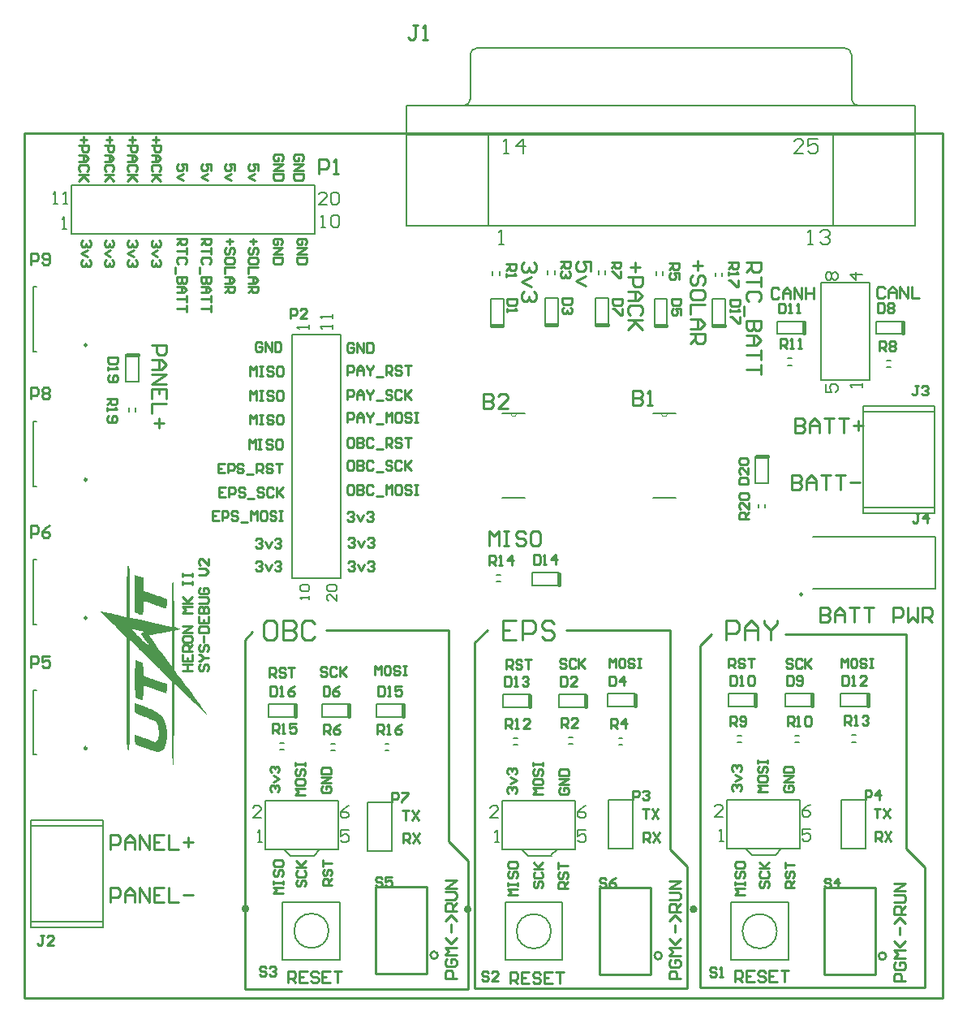
<source format=gto>
G04*
G04 #@! TF.GenerationSoftware,Altium Limited,Altium Designer,18.1.9 (240)*
G04*
G04 Layer_Color=65535*
%FSLAX44Y44*%
%MOMM*%
G71*
G01*
G75*
%ADD10C,0.4000*%
%ADD11C,0.1270*%
%ADD12C,0.2400*%
%ADD13C,0.2000*%
%ADD14C,0.2540*%
%ADD15C,0.0000*%
%ADD16C,0.2500*%
%ADD17C,0.1524*%
%ADD18C,0.2032*%
%ADD19C,0.1500*%
G36*
X119863Y440098D02*
X124205Y438716D01*
Y425000D01*
X124403Y424901D01*
X124994Y424704D01*
X125883Y424408D01*
X127264Y423915D01*
X129040Y423322D01*
X131113Y422632D01*
X132297Y422237D01*
X133580Y421744D01*
X135060Y421250D01*
X136540Y420757D01*
X136639D01*
X136935Y420658D01*
X137329Y420461D01*
X137921Y420263D01*
X138514Y420066D01*
X139303Y419770D01*
X141178Y419178D01*
X143152Y418487D01*
X145125Y417698D01*
X147099Y417007D01*
X148776Y416316D01*
Y409902D01*
X148678Y408915D01*
Y407929D01*
X148579Y407139D01*
X148480Y406547D01*
X148382Y406448D01*
X148283Y406350D01*
X148184D01*
X147987Y406448D01*
X147789D01*
X147493Y406547D01*
X147099Y406646D01*
X146507Y406843D01*
X145914Y407040D01*
X145125Y407337D01*
X144138Y407632D01*
X142954Y408027D01*
X141573Y408521D01*
X140092Y409014D01*
X138217Y409705D01*
X136244Y410396D01*
X136145D01*
X135751Y410593D01*
X135159Y410790D01*
X134468Y410988D01*
X133580Y411382D01*
X132593Y411678D01*
X130422Y412468D01*
X128251Y413159D01*
X127264Y413553D01*
X126376Y413849D01*
X125685Y414047D01*
X125093Y414244D01*
X124698Y414441D01*
X124501D01*
Y414343D01*
X124403Y413849D01*
Y413159D01*
X124304Y412270D01*
Y411185D01*
X124205Y410001D01*
Y403389D01*
X124106Y401909D01*
Y400725D01*
X124008Y400232D01*
Y399837D01*
X123909Y399640D01*
Y399541D01*
X123810D01*
X123712D01*
X123416Y399640D01*
X122922Y399738D01*
X122330Y399837D01*
X121541Y400133D01*
X120554Y400429D01*
X119370Y400922D01*
X115521Y402501D01*
Y441776D01*
X119863Y440098D01*
D02*
G37*
G36*
X108713Y451051D02*
X108910Y450953D01*
X109107Y450755D01*
X109305Y450262D01*
X109502Y449670D01*
X109699Y448782D01*
X109798Y447598D01*
Y443354D01*
X109897Y441973D01*
Y413060D01*
X109995Y410593D01*
Y405560D01*
X110094Y403192D01*
Y400232D01*
X110193Y399442D01*
Y398061D01*
X110291Y397567D01*
Y397173D01*
X110390Y396975D01*
Y396876D01*
X110489D01*
X110883D01*
X111180Y396778D01*
X111574D01*
X112068Y396679D01*
X112758Y396581D01*
X113548Y396383D01*
X114436Y396186D01*
X115521Y395988D01*
X116804Y395791D01*
X118186Y395495D01*
X119765Y395100D01*
X121639Y394706D01*
X123613Y394212D01*
X123712D01*
X123909Y394114D01*
X124403Y394015D01*
X124994Y393916D01*
X125685Y393719D01*
X126672Y393521D01*
X127758Y393225D01*
X128942Y392929D01*
X130422Y392633D01*
X132001Y392239D01*
X133777Y391844D01*
X135751Y391449D01*
X137921Y390956D01*
X140191Y390462D01*
X142658Y389870D01*
X145322Y389278D01*
X154204Y387403D01*
Y419079D01*
X154302Y421250D01*
Y425789D01*
X154401Y427960D01*
X154500Y429934D01*
Y431809D01*
X154598Y433388D01*
X154697Y433980D01*
Y434572D01*
X154796Y434967D01*
X154894Y435263D01*
Y435460D01*
X154993Y435559D01*
X155092Y435361D01*
X155190Y435164D01*
X155289Y434769D01*
X155388Y434276D01*
X155486Y433486D01*
X155585Y432500D01*
X155684Y431217D01*
X155782Y429539D01*
X155881Y428553D01*
Y427566D01*
X155980Y426381D01*
X156078Y425197D01*
Y423816D01*
X156177Y422336D01*
Y420757D01*
X156276Y419079D01*
Y415231D01*
X156375Y413159D01*
Y410889D01*
X156671Y386910D01*
X159927Y386318D01*
X160026D01*
X160420Y386219D01*
X160914Y386022D01*
X161506Y385825D01*
X162197Y385627D01*
X162690Y385430D01*
X163183Y385134D01*
X163381Y384936D01*
Y384838D01*
X163282Y384739D01*
X163085Y384640D01*
X162789Y384542D01*
X162394Y384443D01*
X161802D01*
X161703D01*
X161210D01*
X160618Y384344D01*
X159927Y384246D01*
X159039Y384147D01*
X158151Y383851D01*
X157263Y383555D01*
X156375Y383061D01*
Y342504D01*
X158545Y339544D01*
Y339445D01*
X158743Y339347D01*
X158940Y339051D01*
X159236Y338656D01*
X159532Y338261D01*
X160026Y337669D01*
X161111Y336288D01*
X162493Y334511D01*
X164071Y332341D01*
X165946Y329972D01*
X168019Y327209D01*
X170189Y324249D01*
X172656Y320992D01*
X175222Y317539D01*
X177887Y313789D01*
X180748Y309940D01*
X183610Y305895D01*
X186570Y301750D01*
X189629Y297408D01*
X190715Y295829D01*
X190616Y295928D01*
X190517Y296027D01*
X190221Y296224D01*
X189925Y296520D01*
X189432Y296915D01*
X188741Y297507D01*
X187952Y298197D01*
X187656Y298494D01*
X187458Y298691D01*
X187162Y298987D01*
X186669Y299480D01*
X186077Y300072D01*
X185287Y300862D01*
X184301Y301750D01*
X183215Y302934D01*
X181834Y304217D01*
X180156Y305796D01*
X178281Y307671D01*
X176012Y309842D01*
X173545Y312210D01*
X173347Y312407D01*
X172952Y312802D01*
X172262Y313493D01*
X171275Y314381D01*
X170189Y315466D01*
X169005Y316651D01*
X166242Y319216D01*
X163479Y321880D01*
X162098Y323163D01*
X160914Y324347D01*
X159828Y325334D01*
X158841Y326124D01*
X158151Y326814D01*
X157756Y327110D01*
X156375Y328196D01*
Y275699D01*
X156276Y272146D01*
Y264449D01*
X156177Y260502D01*
X156078Y256654D01*
X155980Y253101D01*
Y251424D01*
X155881Y249944D01*
Y248463D01*
X155782Y247181D01*
X155684Y246095D01*
Y245108D01*
X155585Y244417D01*
X155486Y243825D01*
X155388Y243431D01*
X155289Y243332D01*
X155190Y243431D01*
Y243628D01*
X155092Y244023D01*
X154993Y244713D01*
X154894Y245700D01*
Y246292D01*
X154796Y246983D01*
Y247871D01*
X154697Y248858D01*
Y249944D01*
X154598Y251226D01*
Y252608D01*
X154500Y254088D01*
Y257640D01*
X154401Y259713D01*
Y261982D01*
X154302Y264351D01*
Y269877D01*
X154204Y272837D01*
Y330663D01*
X141277Y343590D01*
X141079Y343787D01*
X140586Y344281D01*
X139599Y345169D01*
X138316Y346452D01*
X136639Y348129D01*
X134566Y350103D01*
X132198Y352471D01*
X130817Y353754D01*
X129336Y355135D01*
X129238Y355234D01*
X128942Y355431D01*
X128547Y355826D01*
X128054Y356418D01*
X127363Y357010D01*
X126672Y357701D01*
X124994Y359280D01*
X123317Y360957D01*
X121541Y362536D01*
X120159Y363918D01*
X119567Y364510D01*
X119074Y365003D01*
X109897Y373884D01*
Y287442D01*
X109798Y282014D01*
Y265634D01*
X109699Y263857D01*
Y260009D01*
X109601Y259219D01*
Y258529D01*
X109502D01*
X109305Y258627D01*
X109107Y258726D01*
X108713Y258923D01*
X108417Y259318D01*
X108022Y259811D01*
X107726Y260601D01*
X107528Y261588D01*
Y261785D01*
X107430Y261982D01*
Y262673D01*
X107331Y263167D01*
Y263759D01*
X107232Y264548D01*
X107134Y265337D01*
Y266423D01*
X107035Y267508D01*
Y270271D01*
X106936Y271850D01*
Y283889D01*
X107035Y285665D01*
Y300763D01*
X107134Y302638D01*
Y376055D01*
X96871Y386318D01*
X96772Y386417D01*
X96575Y386614D01*
X96082Y387107D01*
X95490Y387699D01*
X94700Y388587D01*
X93615Y389574D01*
X92332Y390857D01*
X90753Y392436D01*
X90654Y392535D01*
X90556Y392633D01*
X89964Y393225D01*
X89075Y394015D01*
X87990Y395002D01*
X86806Y396186D01*
X85424Y397469D01*
X84141Y398751D01*
X82859Y399936D01*
X82760Y400034D01*
X82365Y400429D01*
X81872Y400922D01*
X81181Y401514D01*
X80589Y402205D01*
X80096Y402699D01*
X79701Y403192D01*
X79602Y403389D01*
X80392D01*
X80589D01*
X81082Y403291D01*
X81971Y403192D01*
X82957Y402896D01*
X83056D01*
X83253Y402797D01*
X83549D01*
X83944Y402699D01*
X84931Y402402D01*
X86115Y402205D01*
X86214D01*
X86411D01*
X86904Y402107D01*
X87497Y402008D01*
X88286Y401810D01*
X89371Y401613D01*
X90753Y401317D01*
X92332Y400922D01*
X92529D01*
X93022Y400725D01*
X93911Y400528D01*
X94799Y400330D01*
X96970Y399837D01*
X97956Y399640D01*
X98845Y399541D01*
X106344Y397666D01*
Y397765D01*
X106443Y397863D01*
Y398061D01*
X106542Y398455D01*
Y399048D01*
X106640Y399936D01*
X106739Y401021D01*
X106838Y402402D01*
Y404179D01*
X106936Y405264D01*
Y407632D01*
X107035Y408915D01*
Y413751D01*
X107134Y415625D01*
Y438914D01*
X107232Y440887D01*
Y445821D01*
X107331Y447006D01*
Y448288D01*
X107430Y448880D01*
X107528Y449472D01*
X107627Y450065D01*
X107824Y450657D01*
X108120Y451051D01*
X108515Y451150D01*
X108713Y451051D01*
D02*
G37*
G36*
X116804Y352471D02*
X117199Y352372D01*
X117692Y352274D01*
X118482Y351978D01*
X119370Y351682D01*
X120455Y351188D01*
X123909Y350103D01*
Y349708D01*
X124008Y349215D01*
Y348425D01*
X124106Y347537D01*
Y346353D01*
X124205Y344873D01*
Y340728D01*
X124304Y339544D01*
Y338459D01*
X124403Y337274D01*
X124501Y336288D01*
X127955Y335005D01*
X128054Y334906D01*
X128547Y334807D01*
X128843Y334610D01*
X129336Y334511D01*
X129830Y334314D01*
X130521Y334018D01*
X131310Y333821D01*
X132198Y333426D01*
X133185Y333130D01*
X134270Y332735D01*
X135553Y332242D01*
X136935Y331748D01*
X138514Y331255D01*
X140191Y330663D01*
X148776Y327702D01*
Y321288D01*
X148678Y320400D01*
Y319512D01*
X148579Y318723D01*
X148480Y318131D01*
X148382Y318032D01*
X148283Y317933D01*
X136047Y321979D01*
X124205Y326025D01*
Y316157D01*
X124106Y314776D01*
Y313295D01*
X124008Y312111D01*
X123909Y311618D01*
Y311223D01*
X123810Y311026D01*
X123712Y310927D01*
X123514D01*
X123120Y311026D01*
X122528Y311223D01*
X121639Y311519D01*
X121047Y311716D01*
X120357Y312013D01*
X119567Y312210D01*
X118679Y312605D01*
X117594Y312999D01*
X116410Y313394D01*
Y313493D01*
X116311Y313591D01*
Y313789D01*
X116212Y314085D01*
X116113Y314578D01*
X116015Y315170D01*
X115916Y316058D01*
Y317144D01*
X115817Y318427D01*
X115719Y320006D01*
X115620Y321979D01*
Y324150D01*
X115521Y326716D01*
Y339248D01*
X115620Y341024D01*
Y342899D01*
X115719Y344675D01*
Y346452D01*
X115817Y348030D01*
X115916Y349511D01*
X116015Y350793D01*
X116113Y351780D01*
X116212Y352076D01*
Y352372D01*
X116311Y352471D01*
X116410Y352570D01*
X116607D01*
X116804Y352471D01*
D02*
G37*
G36*
X126080Y303921D02*
X126277Y303822D01*
X126672Y303724D01*
X127363Y303428D01*
X128350Y303132D01*
X129435Y302638D01*
X130718Y302145D01*
X132099Y301553D01*
X133580Y300862D01*
X136540Y299480D01*
X138020Y298691D01*
X139402Y297803D01*
X140783Y297013D01*
X141869Y296125D01*
X142855Y295336D01*
X143645Y294448D01*
X143744Y294349D01*
X143842Y294152D01*
X144138Y293757D01*
X144533Y293264D01*
X144928Y292573D01*
X145322Y291783D01*
X145816Y290797D01*
X146309Y289711D01*
X146901Y288428D01*
X147395Y287047D01*
X147789Y285468D01*
X148184Y283692D01*
X148579Y281817D01*
X148875Y279745D01*
X148974Y277574D01*
X149072Y275205D01*
Y274120D01*
X148974Y273330D01*
Y272442D01*
X148875Y271357D01*
X148776Y270173D01*
X148579Y268890D01*
X148085Y266324D01*
X147395Y263759D01*
X146901Y262476D01*
X146408Y261390D01*
X145717Y260403D01*
X145026Y259515D01*
X144928Y259417D01*
X144632Y259121D01*
X144040Y258726D01*
X143448Y258331D01*
X142658Y257936D01*
X141671Y257542D01*
X140684Y257246D01*
X139599Y257147D01*
X139500D01*
X139402D01*
X139106D01*
X138711Y257246D01*
X138119Y257344D01*
X137329Y257542D01*
X136441Y257739D01*
X135257Y258035D01*
X133974Y258430D01*
X132395Y258825D01*
X130521Y259417D01*
X128448Y260107D01*
X126080Y260897D01*
X123416Y261884D01*
X120455Y262969D01*
X117199Y264153D01*
X117100D01*
X116903Y264351D01*
X116706Y264647D01*
X116311Y265140D01*
X116015Y265831D01*
X115817Y266818D01*
X115620Y268199D01*
X115521Y268988D01*
Y275008D01*
X115620D01*
X115916Y274909D01*
X116410Y274712D01*
X117100Y274416D01*
X117988Y274120D01*
X119074Y273725D01*
X120258Y273330D01*
X121639Y272837D01*
X123218Y272245D01*
X124797Y271653D01*
X126573Y270962D01*
X128547Y270271D01*
X130521Y269581D01*
X132593Y268791D01*
X137132Y267114D01*
X137231Y267212D01*
X137329Y267311D01*
X137626Y267607D01*
X138020Y267903D01*
X138119Y268002D01*
X138316Y268199D01*
X138514Y268495D01*
X138711Y268594D01*
X138810Y268791D01*
X138908Y268890D01*
X139204Y269186D01*
X139303Y269285D01*
X139402Y269482D01*
X139500Y269679D01*
X139599Y269975D01*
Y270271D01*
X139698Y270567D01*
X139895Y270863D01*
Y270962D01*
X139994Y271258D01*
X140092Y271653D01*
X140191Y272146D01*
Y273034D01*
X140290Y273626D01*
Y274219D01*
X140388Y274909D01*
Y278758D01*
X140290Y279251D01*
Y279843D01*
X140191Y280633D01*
X139994Y282211D01*
X139698Y283988D01*
X139106Y285764D01*
X138415Y287244D01*
X137921Y287935D01*
X137428Y288527D01*
X137329Y288626D01*
X136935Y288823D01*
X136343Y289119D01*
X135849Y289415D01*
X135257Y289613D01*
X134566Y290007D01*
X133777Y290303D01*
X132790Y290797D01*
X131705Y291191D01*
X130521Y291783D01*
X129040Y292376D01*
X127560Y292967D01*
X125784Y293658D01*
X115817Y297408D01*
Y297507D01*
X115719Y297803D01*
Y298197D01*
X115620Y298790D01*
Y299480D01*
X115521Y300368D01*
Y304612D01*
X115423Y306190D01*
Y306980D01*
X115324Y307671D01*
X126080Y303921D01*
D02*
G37*
%LPC*%
G36*
X113054Y384936D02*
X112857D01*
X113054Y384739D01*
X113449Y384246D01*
X114140Y383456D01*
X115028Y382371D01*
X116113Y381088D01*
X117298Y379706D01*
X118679Y378226D01*
X120159Y376746D01*
X123120Y373687D01*
X124600Y372305D01*
X125981Y371023D01*
X127264Y369937D01*
X128547Y369148D01*
X129534Y368654D01*
X130422Y368457D01*
X130126Y368753D01*
Y368852D01*
X130027Y368950D01*
X129929Y369246D01*
X129633Y369641D01*
X129534Y369740D01*
X129238Y370135D01*
X128843Y370628D01*
X128251Y371319D01*
X128152Y371516D01*
X127758Y372009D01*
X127165Y372700D01*
X126376Y373588D01*
X126277Y373687D01*
X126179Y373786D01*
X125981Y374082D01*
X125685Y374476D01*
X124994Y375463D01*
X124205Y376549D01*
X124106Y376647D01*
X123810Y377042D01*
X123416Y377634D01*
X122922Y378226D01*
X122528Y378917D01*
X122133Y379509D01*
X121837Y379904D01*
X121738Y380200D01*
Y380299D01*
X121837Y380397D01*
X122034Y380594D01*
X122429Y380792D01*
X122922Y381088D01*
X123613Y381384D01*
X124501Y381779D01*
X124600D01*
X124698Y381877D01*
X125093Y382075D01*
X125192Y382173D01*
Y382371D01*
X124994Y382469D01*
X124501Y382568D01*
X124304D01*
X123810Y382765D01*
X122922Y382963D01*
X121738Y383358D01*
X121639D01*
X121541D01*
X121047D01*
X120357Y383456D01*
X119863Y383653D01*
X119765D01*
X119567Y383752D01*
X119271D01*
X118876Y383851D01*
X117890Y384048D01*
X116607Y384344D01*
X115423Y384542D01*
X114239Y384739D01*
X113350Y384838D01*
X113054Y384936D01*
D02*
G37*
G36*
X153907Y383061D02*
X142559Y380891D01*
X142461D01*
X142066Y380792D01*
X141474Y380693D01*
X140684Y380594D01*
X139796Y380397D01*
X138810Y380200D01*
X136639Y379805D01*
X134468Y379410D01*
X133481Y379114D01*
X132593Y379016D01*
X131803Y378818D01*
X131211Y378720D01*
X130817Y378621D01*
X130718Y378522D01*
Y378424D01*
X130817Y378325D01*
X130915Y378128D01*
X131113Y377831D01*
X131310Y377437D01*
X131705Y376845D01*
X132198Y376154D01*
X132790Y375266D01*
X133580Y374082D01*
X134468Y372799D01*
X135553Y371220D01*
X136935Y369345D01*
X138415Y367273D01*
X140191Y364806D01*
X142263Y362043D01*
X153907Y346057D01*
X154204Y355530D01*
Y373884D01*
X153907Y383061D01*
D02*
G37*
%LPD*%
D10*
X700544Y93000D02*
G03*
X700544Y93000I-2000J0D01*
G01*
X232698Y93500D02*
G03*
X232698Y93500I-2000J0D01*
G01*
X464800Y93000D02*
G03*
X464800Y93000I-2000J0D01*
G01*
X764250Y564758D02*
X775750D01*
X107250Y671250D02*
X118750D01*
X338650Y294250D02*
Y305750D01*
X586250Y304250D02*
Y315750D01*
X527750Y304250D02*
Y315750D01*
X763250Y305250D02*
Y316750D01*
X719242Y701250D02*
X730742D01*
X395400Y294250D02*
Y305750D01*
X880230Y305250D02*
Y316750D01*
X822250Y305250D02*
Y316750D01*
X637250Y305000D02*
Y316500D01*
X283150Y294250D02*
Y305750D01*
X557945Y431250D02*
Y442750D01*
X813882Y693552D02*
Y705052D01*
X917250Y693553D02*
Y705053D01*
X597105Y702250D02*
X608605D01*
X658555Y701250D02*
X670055D01*
X544420Y701945D02*
X555920D01*
X487630Y701250D02*
X499130D01*
D11*
X785505Y70000D02*
G03*
X785505Y70000I-17960J0D01*
G01*
X317658Y70500D02*
G03*
X317658Y70500I-17960J0D01*
G01*
X549761Y70000D02*
G03*
X549761Y70000I-17960J0D01*
G01*
X737544Y40000D02*
X797544D01*
Y100000D01*
X737544D02*
X797544D01*
X737544Y40000D02*
Y100000D01*
X9000Y674450D02*
Y741950D01*
X12750D01*
X9000Y674450D02*
X12750D01*
X9000Y534080D02*
X12750D01*
X9000Y601580D02*
X12750D01*
X9000Y534080D02*
Y601580D01*
Y390000D02*
X12750D01*
X9000Y457500D02*
X12750D01*
X9000Y390000D02*
Y457500D01*
Y254142D02*
X12750D01*
X9000Y321642D02*
X12750D01*
X9000Y254142D02*
Y321642D01*
X7000Y186000D02*
X82000D01*
X7000Y180000D02*
Y186000D01*
Y80000D02*
Y180000D01*
Y74000D02*
Y80000D01*
Y74000D02*
X82000D01*
Y80000D01*
Y180000D01*
Y186000D01*
X7000Y180000D02*
X82000D01*
X7000Y80000D02*
X82000D01*
X875250Y505580D02*
X950250D01*
Y511580D01*
Y611580D01*
Y617580D01*
X875250D02*
X950250D01*
X875250Y611580D02*
Y617580D01*
Y511580D02*
Y611580D01*
Y505580D02*
Y511580D01*
X950250D01*
X875250Y611580D02*
X950250D01*
X269697Y40500D02*
Y100500D01*
X329697D01*
Y40500D02*
Y100500D01*
X269697Y40500D02*
X329697D01*
X501800Y40000D02*
Y100000D01*
X561800D01*
Y40000D02*
Y100000D01*
X501800Y40000D02*
X561800D01*
D12*
X65200Y681200D02*
G03*
X65200Y681200I-1200J0D01*
G01*
Y540830D02*
G03*
X65200Y540830I-1200J0D01*
G01*
Y396750D02*
G03*
X65200Y396750I-1200J0D01*
G01*
Y260892D02*
G03*
X65200Y260892I-1200J0D01*
G01*
D13*
X472455Y990800D02*
G03*
X465505Y983850I0J-6950D01*
G01*
X863455Y937800D02*
G03*
X870405Y930850I6950J0D01*
G01*
X458505D02*
G03*
X465455Y937800I0J6950D01*
G01*
X863405Y983850D02*
G03*
X856455Y990800I-6950J0D01*
G01*
X753110Y155956D02*
X759714Y149352D01*
X784352D01*
X784098Y149606D02*
X790448Y155956D01*
X518922Y155448D02*
X525526Y148844D01*
X550164D01*
X549910Y149098D02*
X556260Y155448D01*
X302006Y148844D02*
X308356Y155194D01*
X302006Y148590D02*
Y148844D01*
X277622Y148590D02*
X302260D01*
X271018Y155194D02*
X277622Y148590D01*
X776750Y536758D02*
Y565008D01*
X763250Y536758D02*
X776750D01*
X763250D02*
Y565008D01*
X119750Y643250D02*
Y671500D01*
X106250Y643250D02*
X119750D01*
X106250D02*
Y671500D01*
X773500Y511360D02*
Y515360D01*
X766500Y511360D02*
Y515360D01*
X310650Y293250D02*
X338900D01*
X310650D02*
Y306750D01*
X338900D01*
X320530Y265500D02*
X324530D01*
X320530Y258500D02*
X324530D01*
X558250Y303250D02*
X586500D01*
X558250D02*
Y316750D01*
X586500D01*
X398955Y900800D02*
X929955D01*
X465455Y937800D02*
Y983800D01*
X863455Y937800D02*
Y983800D01*
X472455Y990800D02*
X856455D01*
X484455Y805800D02*
Y900800D01*
X398955Y930800D02*
X929955D01*
X844455Y805800D02*
Y900800D01*
X398955Y805800D02*
X929955D01*
X398955D02*
Y930800D01*
X929955Y805800D02*
Y930800D01*
X279608Y438500D02*
X330408D01*
X279608D02*
Y692500D01*
X330408D01*
Y438500D02*
Y692500D01*
X499750Y303250D02*
X528000D01*
X499750D02*
Y316750D01*
X528000D01*
X376610Y265500D02*
X380610D01*
X376610Y258500D02*
X380610D01*
X358600Y204350D02*
X384000D01*
Y153550D02*
Y204350D01*
X358600Y153550D02*
X384000D01*
X358600D02*
Y204350D01*
X735250Y304250D02*
X763500D01*
X735250D02*
Y317750D01*
X763500D01*
X760817Y156300D02*
X809500D01*
X733300D02*
X809500D01*
X733300Y207100D02*
X809500D01*
X733300Y156300D02*
Y207100D01*
X809500Y156300D02*
Y207100D01*
X568500Y272368D02*
X572500D01*
X568500Y265368D02*
X572500D01*
X116498Y612080D02*
Y616080D01*
X109498Y612080D02*
Y616080D01*
X49500Y847700D02*
X303500D01*
X49500Y796900D02*
Y847700D01*
Y796900D02*
X303500D01*
Y847700D01*
X950778Y427502D02*
Y481502D01*
X822778D02*
X950778D01*
X822778Y427502D02*
X950778D01*
X731742Y701000D02*
Y729250D01*
X718242D02*
X731742D01*
X718242Y701000D02*
Y729250D01*
X327400Y155300D02*
Y206100D01*
X251200Y155300D02*
Y206100D01*
X327400D01*
X251200Y155300D02*
X327400D01*
X278717D02*
X327400D01*
X575200D02*
Y206100D01*
X499000Y155300D02*
Y206100D01*
X575200D01*
X499000Y155300D02*
X575200D01*
X526517D02*
X575200D01*
X728492Y752878D02*
Y756878D01*
X721492Y752878D02*
Y756878D01*
X266900Y259250D02*
X270900D01*
X266900Y266250D02*
X270900D01*
X493195Y441500D02*
X497195D01*
X493195Y434500D02*
X497195D01*
X864000Y267500D02*
X868000D01*
X864000Y274500D02*
X868000D01*
X510525Y264500D02*
X514525D01*
X510525Y271500D02*
X514525D01*
X797132Y660250D02*
X801132D01*
X797132Y667250D02*
X801132D01*
X804500Y267000D02*
X808500D01*
X804500Y274000D02*
X808500D01*
X744500Y267000D02*
X748500D01*
X744500Y274000D02*
X748500D01*
X900500Y658250D02*
X904500D01*
X900500Y665250D02*
X904500D01*
X606355Y754877D02*
Y758877D01*
X599355Y754877D02*
Y758877D01*
X666500Y753877D02*
Y757878D01*
X659500Y753877D02*
Y757878D01*
X620500Y264500D02*
X624500D01*
X620500Y271500D02*
X624500D01*
X553500Y754877D02*
Y758877D01*
X546500Y754877D02*
Y758877D01*
X495955Y753877D02*
Y757878D01*
X488955Y753877D02*
Y757878D01*
X367400Y306750D02*
X395650D01*
X367400Y293250D02*
Y306750D01*
Y293250D02*
X395650D01*
X852230Y317750D02*
X880480D01*
X852230Y304250D02*
Y317750D01*
Y304250D02*
X880480D01*
X794250Y317750D02*
X822500D01*
X794250Y304250D02*
Y317750D01*
Y304250D02*
X822500D01*
X609250Y317500D02*
X637500D01*
X609250Y304000D02*
Y317500D01*
Y304000D02*
X637500D01*
X255150Y306750D02*
X283400D01*
X255150Y293250D02*
Y306750D01*
Y293250D02*
X283400D01*
X529945Y443750D02*
X558195D01*
X529945Y430250D02*
Y443750D01*
Y430250D02*
X558195D01*
X785882Y706052D02*
X814132D01*
X785882Y692552D02*
Y706052D01*
Y692552D02*
X814132D01*
X889250Y706053D02*
X917500D01*
X889250Y692553D02*
Y706053D01*
Y692553D02*
X917500D01*
X609605Y702000D02*
Y730250D01*
X596105D02*
X609605D01*
X596105Y702000D02*
Y730250D01*
X671055Y701000D02*
Y729250D01*
X657555D02*
X671055D01*
X657555Y701000D02*
Y729250D01*
X556920Y701695D02*
Y729945D01*
X543420D02*
X556920D01*
X543420Y701695D02*
Y729945D01*
X500130Y701000D02*
Y729250D01*
X486630D02*
X500130D01*
X486630Y701000D02*
Y729250D01*
X609800Y155900D02*
Y206700D01*
Y155900D02*
X635200D01*
Y206700D01*
X609800D02*
X635200D01*
X831300Y746300D02*
X882100D01*
X831300Y644700D02*
Y746300D01*
Y644700D02*
X882100D01*
Y746300D01*
X852300Y156300D02*
Y207100D01*
Y156300D02*
X877700D01*
Y207100D01*
X852300D02*
X877700D01*
D14*
X665350Y44600D02*
G03*
X665350Y44600I-3810J0D01*
G01*
X431590Y45100D02*
G03*
X431590Y45100I-3810J0D01*
G01*
X899437Y44100D02*
G03*
X899437Y44100I-3810J0D01*
G01*
X230000Y373764D02*
X238252Y382016D01*
X470408Y370834D02*
X483195Y383621D01*
X705104Y368104D02*
X717000Y380000D01*
X230000Y10000D02*
X254000D01*
X230000Y10000D02*
X230000Y10000D01*
X230000Y373764D02*
X230000Y10000D01*
X462800D02*
Y34540D01*
X462800Y10000D02*
X462800Y10000D01*
X438260Y10000D02*
X462800D01*
X442570Y163590D02*
X462800Y143360D01*
X600580Y25042D02*
Y115720D01*
X653920Y25042D02*
Y115720D01*
X600580Y25042D02*
X653920D01*
X600580Y115720D02*
X653920D01*
X366820Y25542D02*
Y116220D01*
X420160Y25542D02*
Y116220D01*
X366820Y25542D02*
X420160D01*
X366820Y116220D02*
X420160D01*
X254000Y10000D02*
X438260D01*
X793922Y380000D02*
X920000D01*
Y156300D02*
Y380000D01*
Y156300D02*
X940000Y136300D01*
Y11725D02*
Y136300D01*
X705104Y11725D02*
X940000D01*
X705104D02*
Y368104D01*
X565404Y383775D02*
X674300D01*
X674146Y383621D02*
X674300Y383775D01*
Y155300D02*
Y383775D01*
Y155300D02*
X692000Y137600D01*
Y10725D02*
Y137600D01*
X470408Y10725D02*
X692000D01*
X470408D02*
Y370834D01*
X314913Y383810D02*
X442570D01*
Y163590D02*
Y383810D01*
X462800Y34540D02*
Y143360D01*
X834667Y115220D02*
X888007D01*
X834667Y24542D02*
X888007D01*
Y115220D01*
X834667Y24542D02*
Y115220D01*
X165517Y341630D02*
X175514D01*
X170516D01*
Y348294D01*
X165517D01*
X175514D01*
X165517Y358291D02*
Y351627D01*
X175514D01*
Y358291D01*
X170516Y351627D02*
Y354959D01*
X175514Y361624D02*
X165517D01*
Y366622D01*
X167183Y368288D01*
X170516D01*
X172182Y366622D01*
Y361624D01*
Y364956D02*
X175514Y368288D01*
X165517Y376619D02*
Y373287D01*
X167183Y371620D01*
X173848D01*
X175514Y373287D01*
Y376619D01*
X173848Y378285D01*
X167183D01*
X165517Y376619D01*
X175514Y381617D02*
X165517D01*
X175514Y388282D01*
X165517D01*
X175514Y401611D02*
X165517D01*
X168850Y404943D01*
X165517Y408275D01*
X175514D01*
X165517Y411608D02*
X175514D01*
X172182D01*
X165517Y418272D01*
X170516Y413274D01*
X175514Y418272D01*
X165517Y431601D02*
Y434933D01*
Y433267D01*
X175514D01*
Y431601D01*
Y434933D01*
X165517Y439932D02*
Y443264D01*
Y441598D01*
X175514D01*
Y439932D01*
Y443264D01*
X591397Y758165D02*
Y768322D01*
X583780D01*
X586319Y763243D01*
Y760704D01*
X583780Y758165D01*
X578701D01*
X576162Y760704D01*
Y765782D01*
X578701Y768322D01*
X586319Y753086D02*
X576162Y748008D01*
X586319Y742930D01*
X919734Y18034D02*
X907738D01*
Y24032D01*
X909737Y26031D01*
X913736D01*
X915735Y24032D01*
Y18034D01*
X909737Y38028D02*
X907738Y36028D01*
Y32030D01*
X909737Y30030D01*
X917735D01*
X919734Y32030D01*
Y36028D01*
X917735Y38028D01*
X913736D01*
Y34029D01*
X919734Y42026D02*
X907738D01*
X911737Y46025D01*
X907738Y50024D01*
X919734D01*
Y60020D02*
X913736Y54022D01*
X907738Y60020D01*
X913736Y66019D02*
Y74016D01*
X919734Y78015D02*
X913736Y84013D01*
X907738Y78015D01*
X919734Y88011D02*
X907738D01*
Y94009D01*
X909737Y96009D01*
X913736D01*
X915735Y94009D01*
Y88011D01*
Y92010D02*
X919734Y96009D01*
X907738Y100007D02*
X917735D01*
X919734Y102007D01*
Y106005D01*
X917735Y108005D01*
X907738D01*
X919734Y112004D02*
X907738D01*
X919734Y120001D01*
X907738D01*
X183693Y348294D02*
X182027Y346628D01*
Y343296D01*
X183693Y341630D01*
X185359D01*
X187026Y343296D01*
Y346628D01*
X188692Y348294D01*
X190358D01*
X192024Y346628D01*
Y343296D01*
X190358Y341630D01*
X182027Y351627D02*
X183693D01*
X187026Y354959D01*
X183693Y358291D01*
X182027D01*
X187026Y354959D02*
X192024D01*
X183693Y368288D02*
X182027Y366622D01*
Y363290D01*
X183693Y361624D01*
X185359D01*
X187026Y363290D01*
Y366622D01*
X188692Y368288D01*
X190358D01*
X192024Y366622D01*
Y363290D01*
X190358Y361624D01*
X187026Y371620D02*
Y378285D01*
X182027Y381617D02*
X192024D01*
Y386615D01*
X190358Y388282D01*
X183693D01*
X182027Y386615D01*
Y381617D01*
Y398278D02*
Y391614D01*
X192024D01*
Y398278D01*
X187026Y391614D02*
Y394946D01*
X182027Y401611D02*
X192024D01*
Y406609D01*
X190358Y408275D01*
X188692D01*
X187026Y406609D01*
Y401611D01*
Y406609D01*
X185359Y408275D01*
X183693D01*
X182027Y406609D01*
Y401611D01*
Y411608D02*
X190358D01*
X192024Y413274D01*
Y416606D01*
X190358Y418272D01*
X182027D01*
X183693Y428269D02*
X182027Y426603D01*
Y423270D01*
X183693Y421604D01*
X190358D01*
X192024Y423270D01*
Y426603D01*
X190358Y428269D01*
X187026D01*
Y424936D01*
X182027Y441598D02*
X188692D01*
X192024Y444930D01*
X188692Y448262D01*
X182027D01*
X192024Y458259D02*
Y451595D01*
X185359Y458259D01*
X183693D01*
X182027Y456593D01*
Y453261D01*
X183693Y451595D01*
X451104Y21082D02*
X439108D01*
Y27080D01*
X441107Y29079D01*
X445106D01*
X447105Y27080D01*
Y21082D01*
X441107Y41076D02*
X439108Y39076D01*
Y35078D01*
X441107Y33078D01*
X449105D01*
X451104Y35078D01*
Y39076D01*
X449105Y41076D01*
X445106D01*
Y37077D01*
X451104Y45074D02*
X439108D01*
X443107Y49073D01*
X439108Y53072D01*
X451104D01*
Y63068D02*
X445106Y57070D01*
X439108Y63068D01*
X445106Y69067D02*
Y77064D01*
X451104Y81063D02*
X445106Y87061D01*
X439108Y81063D01*
X451104Y91059D02*
X439108D01*
Y97057D01*
X441107Y99057D01*
X445106D01*
X447105Y97057D01*
Y91059D01*
Y95058D02*
X451104Y99057D01*
X439108Y103055D02*
X449105D01*
X451104Y105055D01*
Y109053D01*
X449105Y111053D01*
X439108D01*
X451104Y115052D02*
X439108D01*
X451104Y123049D01*
X439108D01*
X684784Y20574D02*
X672788D01*
Y26572D01*
X674787Y28571D01*
X678786D01*
X680785Y26572D01*
Y20574D01*
X674787Y40567D02*
X672788Y38568D01*
Y34569D01*
X674787Y32570D01*
X682785D01*
X684784Y34569D01*
Y38568D01*
X682785Y40567D01*
X678786D01*
Y36569D01*
X684784Y44566D02*
X672788D01*
X676787Y48565D01*
X672788Y52564D01*
X684784D01*
Y62560D02*
X678786Y56562D01*
X672788Y62560D01*
X678786Y68559D02*
Y76556D01*
X684784Y80555D02*
X678786Y86553D01*
X672788Y80555D01*
X684784Y90551D02*
X672788D01*
Y96549D01*
X674787Y98549D01*
X678786D01*
X680785Y96549D01*
Y90551D01*
Y94550D02*
X684784Y98549D01*
X672788Y102548D02*
X682785D01*
X684784Y104547D01*
Y108546D01*
X682785Y110545D01*
X672788D01*
X684784Y114544D02*
X672788D01*
X684784Y122541D01*
X672788D01*
X90000Y155000D02*
Y170235D01*
X97618D01*
X100157Y167696D01*
Y162617D01*
X97618Y160078D01*
X90000D01*
X105235Y155000D02*
Y165157D01*
X110313Y170235D01*
X115392Y165157D01*
Y155000D01*
Y162617D01*
X105235D01*
X120470Y155000D02*
Y170235D01*
X130627Y155000D01*
Y170235D01*
X145862D02*
X135705D01*
Y155000D01*
X145862D01*
X135705Y162617D02*
X140784D01*
X150940Y170235D02*
Y155000D01*
X161097D01*
X166175Y162617D02*
X176332D01*
X171254Y167696D02*
Y157539D01*
X90000Y100500D02*
Y115735D01*
X97618D01*
X100157Y113196D01*
Y108118D01*
X97618Y105578D01*
X90000D01*
X105235Y100500D02*
Y110657D01*
X110313Y115735D01*
X115392Y110657D01*
Y100500D01*
Y108118D01*
X105235D01*
X120470Y100500D02*
Y115735D01*
X130627Y100500D01*
Y115735D01*
X145862D02*
X135705D01*
Y100500D01*
X145862D01*
X135705Y108118D02*
X140784D01*
X150940Y115735D02*
Y100500D01*
X161097D01*
X166175Y108118D02*
X176332D01*
X801132Y545617D02*
Y530382D01*
X808749D01*
X811288Y532921D01*
Y535461D01*
X808749Y538000D01*
X801132D01*
X808749D01*
X811288Y540539D01*
Y543078D01*
X808749Y545617D01*
X801132D01*
X816367Y530382D02*
Y540539D01*
X821445Y545617D01*
X826523Y540539D01*
Y530382D01*
Y538000D01*
X816367D01*
X831602Y545617D02*
X841758D01*
X836680D01*
Y530382D01*
X846837Y545617D02*
X856994D01*
X851915D01*
Y530382D01*
X862072Y538000D02*
X872229D01*
X804368Y605235D02*
Y590000D01*
X811986D01*
X814525Y592539D01*
Y595078D01*
X811986Y597617D01*
X804368D01*
X811986D01*
X814525Y600157D01*
Y602696D01*
X811986Y605235D01*
X804368D01*
X819603Y590000D02*
Y600157D01*
X824682Y605235D01*
X829760Y600157D01*
Y590000D01*
Y597617D01*
X819603D01*
X834838Y605235D02*
X844995D01*
X839917D01*
Y590000D01*
X850074Y605235D02*
X860230D01*
X855152D01*
Y590000D01*
X865309Y597617D02*
X875465D01*
X870387Y602696D02*
Y592539D01*
X133218Y681042D02*
X148453D01*
Y673425D01*
X145914Y670885D01*
X140836D01*
X138296Y673425D01*
Y681042D01*
X133218Y665807D02*
X143375D01*
X148453Y660729D01*
X143375Y655650D01*
X133218D01*
X140836D01*
Y665807D01*
X133218Y650572D02*
X148453D01*
X133218Y640415D01*
X148453D01*
Y625180D02*
Y635337D01*
X133218D01*
Y625180D01*
X140836Y635337D02*
Y630258D01*
X148453Y620102D02*
X133218D01*
Y609945D01*
X140836Y604867D02*
Y594710D01*
X145914Y599788D02*
X135757D01*
X830400Y407525D02*
Y392290D01*
X838018D01*
X840557Y394829D01*
Y397368D01*
X838018Y399907D01*
X830400D01*
X838018D01*
X840557Y402447D01*
Y404986D01*
X838018Y407525D01*
X830400D01*
X845635Y392290D02*
Y402447D01*
X850713Y407525D01*
X855792Y402447D01*
Y392290D01*
Y399907D01*
X845635D01*
X860870Y407525D02*
X871027D01*
X865948D01*
Y392290D01*
X876105Y407525D02*
X886262D01*
X881184D01*
Y392290D01*
X906575D02*
Y407525D01*
X914193D01*
X916732Y404986D01*
Y399907D01*
X914193Y397368D01*
X906575D01*
X921810Y407525D02*
Y392290D01*
X926889Y397368D01*
X931967Y392290D01*
Y407525D01*
X937046Y392290D02*
Y407525D01*
X944663D01*
X947202Y404986D01*
Y399907D01*
X944663Y397368D01*
X937046D01*
X942124D02*
X947202Y392290D01*
X337308Y624800D02*
Y634797D01*
X342306D01*
X343972Y633131D01*
Y629798D01*
X342306Y628132D01*
X337308D01*
X347304Y624800D02*
Y631465D01*
X350637Y634797D01*
X353969Y631465D01*
Y624800D01*
Y629798D01*
X347304D01*
X357301Y634797D02*
Y633131D01*
X360633Y629798D01*
X363966Y633131D01*
Y634797D01*
X360633Y629798D02*
Y624800D01*
X367298Y623134D02*
X373962D01*
X383959Y633131D02*
X382293Y634797D01*
X378961D01*
X377295Y633131D01*
Y631465D01*
X378961Y629798D01*
X382293D01*
X383959Y628132D01*
Y626466D01*
X382293Y624800D01*
X378961D01*
X377295Y626466D01*
X393956Y633131D02*
X392290Y634797D01*
X388958D01*
X387291Y633131D01*
Y626466D01*
X388958Y624800D01*
X392290D01*
X393956Y626466D01*
X397288Y634797D02*
Y624800D01*
Y628132D01*
X403953Y634797D01*
X398954Y629798D01*
X403953Y624800D01*
X898007Y740297D02*
X896008Y742296D01*
X892009D01*
X890010Y740297D01*
Y732300D01*
X892009Y730300D01*
X896008D01*
X898007Y732300D01*
X902006Y730300D02*
Y738298D01*
X906005Y742296D01*
X910004Y738298D01*
Y730300D01*
Y736298D01*
X902006D01*
X914002Y730300D02*
Y742296D01*
X922000Y730300D01*
Y742296D01*
X925998D02*
Y730300D01*
X933996D01*
X753618Y767588D02*
X768853D01*
Y759970D01*
X766314Y757431D01*
X761236D01*
X758696Y759970D01*
Y767588D01*
Y762510D02*
X753618Y757431D01*
X768853Y752353D02*
Y742196D01*
Y747275D01*
X753618D01*
X766314Y726961D02*
X768853Y729500D01*
Y734579D01*
X766314Y737118D01*
X756157D01*
X753618Y734579D01*
Y729500D01*
X756157Y726961D01*
X751079Y721883D02*
Y711726D01*
X768853Y706648D02*
X753618D01*
Y699030D01*
X756157Y696491D01*
X758696D01*
X761236Y699030D01*
Y706648D01*
Y699030D01*
X763775Y696491D01*
X766314D01*
X768853Y699030D01*
Y706648D01*
X753618Y691413D02*
X763775D01*
X768853Y686334D01*
X763775Y681256D01*
X753618D01*
X761236D01*
Y691413D01*
X768853Y676178D02*
Y666021D01*
Y671099D01*
X753618D01*
X768853Y660943D02*
Y650786D01*
Y655864D01*
X753618D01*
X741750Y17000D02*
Y28996D01*
X747748D01*
X749747Y26997D01*
Y22998D01*
X747748Y20999D01*
X741750D01*
X745749D02*
X749747Y17000D01*
X761743Y28996D02*
X753746D01*
Y17000D01*
X761743D01*
X753746Y22998D02*
X757745D01*
X773740Y26997D02*
X771740Y28996D01*
X767742D01*
X765742Y26997D01*
Y24997D01*
X767742Y22998D01*
X771740D01*
X773740Y20999D01*
Y18999D01*
X771740Y17000D01*
X767742D01*
X765742Y18999D01*
X785736Y28996D02*
X777738D01*
Y17000D01*
X785736D01*
X777738Y22998D02*
X781737D01*
X789734Y28996D02*
X797732D01*
X793733D01*
Y17000D01*
X506968Y15262D02*
Y27258D01*
X512966D01*
X514965Y25259D01*
Y21260D01*
X512966Y19261D01*
X506968D01*
X510967D02*
X514965Y15262D01*
X526962Y27258D02*
X518964D01*
Y15262D01*
X526962D01*
X518964Y21260D02*
X522963D01*
X538958Y25259D02*
X536958Y27258D01*
X532960D01*
X530960Y25259D01*
Y23259D01*
X532960Y21260D01*
X536958D01*
X538958Y19261D01*
Y17261D01*
X536958Y15262D01*
X532960D01*
X530960Y17261D01*
X550954Y27258D02*
X542956D01*
Y15262D01*
X550954D01*
X542956Y21260D02*
X546955D01*
X554953Y27258D02*
X562950D01*
X558951D01*
Y15262D01*
X275240Y16444D02*
Y28440D01*
X281238D01*
X283237Y26441D01*
Y22442D01*
X281238Y20443D01*
X275240D01*
X279239D02*
X283237Y16444D01*
X295233Y28440D02*
X287236D01*
Y16444D01*
X295233D01*
X287236Y22442D02*
X291235D01*
X307230Y26441D02*
X305230Y28440D01*
X301232D01*
X299232Y26441D01*
Y24441D01*
X301232Y22442D01*
X305230D01*
X307230Y20443D01*
Y18443D01*
X305230Y16444D01*
X301232D01*
X299232Y18443D01*
X319226Y28440D02*
X311228D01*
Y16444D01*
X319226D01*
X311228Y22442D02*
X315227D01*
X323224Y28440D02*
X331222D01*
X327223D01*
Y16444D01*
X888000Y164000D02*
Y173997D01*
X892998D01*
X894665Y172331D01*
Y168998D01*
X892998Y167332D01*
X888000D01*
X891332D02*
X894665Y164000D01*
X897997Y173997D02*
X904661Y164000D01*
Y173997D02*
X897997Y164000D01*
X887000Y197997D02*
X893664D01*
X890332D01*
Y188000D01*
X896997Y197997D02*
X903661Y188000D01*
Y197997D02*
X896997Y188000D01*
X646000Y163320D02*
Y173317D01*
X650998D01*
X652664Y171651D01*
Y168318D01*
X650998Y166652D01*
X646000D01*
X649332D02*
X652664Y163320D01*
X655997Y173317D02*
X662661Y163320D01*
Y173317D02*
X655997Y163320D01*
X645000Y197317D02*
X651665D01*
X648332D01*
Y187320D01*
X654997Y197317D02*
X661661Y187320D01*
Y197317D02*
X654997Y187320D01*
X315945Y344331D02*
X314278Y345997D01*
X310946D01*
X309280Y344331D01*
Y342664D01*
X310946Y340998D01*
X314278D01*
X315945Y339332D01*
Y337666D01*
X314278Y336000D01*
X310946D01*
X309280Y337666D01*
X325941Y344331D02*
X324275Y345997D01*
X320943D01*
X319277Y344331D01*
Y337666D01*
X320943Y336000D01*
X324275D01*
X325941Y337666D01*
X329274Y345997D02*
Y336000D01*
Y339332D01*
X335938Y345997D01*
X330940Y340998D01*
X335938Y336000D01*
X365650Y337000D02*
Y346997D01*
X368982Y343665D01*
X372314Y346997D01*
Y337000D01*
X380645Y346997D02*
X377313D01*
X375647Y345331D01*
Y338666D01*
X377313Y337000D01*
X380645D01*
X382311Y338666D01*
Y345331D01*
X380645Y346997D01*
X392308Y345331D02*
X390642Y346997D01*
X387310D01*
X385644Y345331D01*
Y343665D01*
X387310Y341998D01*
X390642D01*
X392308Y340332D01*
Y338666D01*
X390642Y337000D01*
X387310D01*
X385644Y338666D01*
X395640Y346997D02*
X398973D01*
X397307D01*
Y337000D01*
X395640D01*
X398973D01*
X610376Y344600D02*
Y354597D01*
X613708Y351265D01*
X617040Y354597D01*
Y344600D01*
X625371Y354597D02*
X622039D01*
X620373Y352931D01*
Y346266D01*
X622039Y344600D01*
X625371D01*
X627037Y346266D01*
Y352931D01*
X625371Y354597D01*
X637034Y352931D02*
X635368Y354597D01*
X632036D01*
X630370Y352931D01*
Y351265D01*
X632036Y349598D01*
X635368D01*
X637034Y347932D01*
Y346266D01*
X635368Y344600D01*
X632036D01*
X630370Y346266D01*
X640366Y354597D02*
X643699D01*
X642032D01*
Y344600D01*
X640366D01*
X643699D01*
X565415Y352331D02*
X563748Y353997D01*
X560416D01*
X558750Y352331D01*
Y350664D01*
X560416Y348998D01*
X563748D01*
X565415Y347332D01*
Y345666D01*
X563748Y344000D01*
X560416D01*
X558750Y345666D01*
X575411Y352331D02*
X573745Y353997D01*
X570413D01*
X568747Y352331D01*
Y345666D01*
X570413Y344000D01*
X573745D01*
X575411Y345666D01*
X578744Y353997D02*
Y344000D01*
Y347332D01*
X585408Y353997D01*
X580410Y348998D01*
X585408Y344000D01*
X852500Y344600D02*
Y354597D01*
X855832Y351265D01*
X859165Y354597D01*
Y344600D01*
X867495Y354597D02*
X864163D01*
X862497Y352931D01*
Y346266D01*
X864163Y344600D01*
X867495D01*
X869161Y346266D01*
Y352931D01*
X867495Y354597D01*
X879158Y352931D02*
X877492Y354597D01*
X874160D01*
X872494Y352931D01*
Y351265D01*
X874160Y349598D01*
X877492D01*
X879158Y347932D01*
Y346266D01*
X877492Y344600D01*
X874160D01*
X872494Y346266D01*
X882490Y354597D02*
X885823D01*
X884156D01*
Y344600D01*
X882490D01*
X885823D01*
X801665Y352331D02*
X799998Y353997D01*
X796666D01*
X795000Y352331D01*
Y350664D01*
X796666Y348998D01*
X799998D01*
X801665Y347332D01*
Y345666D01*
X799998Y344000D01*
X796666D01*
X795000Y345666D01*
X811661Y352331D02*
X809995Y353997D01*
X806663D01*
X804997Y352331D01*
Y345666D01*
X806663Y344000D01*
X809995D01*
X811661Y345666D01*
X814994Y353997D02*
Y344000D01*
Y347332D01*
X821658Y353997D01*
X816660Y348998D01*
X821658Y344000D01*
X735325Y344600D02*
Y354597D01*
X740323D01*
X741990Y352931D01*
Y349598D01*
X740323Y347932D01*
X735325D01*
X738657D02*
X741990Y344600D01*
X751986Y352931D02*
X750320Y354597D01*
X746988D01*
X745322Y352931D01*
Y351265D01*
X746988Y349598D01*
X750320D01*
X751986Y347932D01*
Y346266D01*
X750320Y344600D01*
X746988D01*
X745322Y346266D01*
X755319Y354597D02*
X761983D01*
X758651D01*
Y344600D01*
X502825Y343600D02*
Y353597D01*
X507823D01*
X509490Y351931D01*
Y348598D01*
X507823Y346932D01*
X502825D01*
X506157D02*
X509490Y343600D01*
X519486Y351931D02*
X517820Y353597D01*
X514488D01*
X512822Y351931D01*
Y350265D01*
X514488Y348598D01*
X517820D01*
X519486Y346932D01*
Y345266D01*
X517820Y343600D01*
X514488D01*
X512822Y345266D01*
X522819Y353597D02*
X529483D01*
X526151D01*
Y343600D01*
X255650Y334750D02*
Y344747D01*
X260648D01*
X262314Y343081D01*
Y339748D01*
X260648Y338082D01*
X255650D01*
X258982D02*
X262314Y334750D01*
X272311Y343081D02*
X270645Y344747D01*
X267313D01*
X265647Y343081D01*
Y341414D01*
X267313Y339748D01*
X270645D01*
X272311Y338082D01*
Y336416D01*
X270645Y334750D01*
X267313D01*
X265647Y336416D01*
X275644Y344747D02*
X282308D01*
X278976D01*
Y334750D01*
X394900Y195997D02*
X401564D01*
X398232D01*
Y186000D01*
X404897Y195997D02*
X411561Y186000D01*
Y195997D02*
X404897Y186000D01*
X395900Y162000D02*
Y171997D01*
X400898D01*
X402565Y170331D01*
Y166998D01*
X400898Y165332D01*
X395900D01*
X399232D02*
X402565Y162000D01*
X405897Y171997D02*
X412561Y162000D01*
Y171997D02*
X405897Y162000D01*
X803892Y115510D02*
X793895D01*
Y120508D01*
X795561Y122175D01*
X798894D01*
X800560Y120508D01*
Y115510D01*
Y118842D02*
X803892Y122175D01*
X795561Y132171D02*
X793895Y130505D01*
Y127173D01*
X795561Y125507D01*
X797227D01*
X798894Y127173D01*
Y130505D01*
X800560Y132171D01*
X802226D01*
X803892Y130505D01*
Y127173D01*
X802226Y125507D01*
X793895Y135504D02*
Y142168D01*
Y138836D01*
X803892D01*
X769053Y122191D02*
X767387Y120524D01*
Y117192D01*
X769053Y115526D01*
X770720D01*
X772386Y117192D01*
Y120524D01*
X774052Y122191D01*
X775718D01*
X777384Y120524D01*
Y117192D01*
X775718Y115526D01*
X769053Y132187D02*
X767387Y130521D01*
Y127189D01*
X769053Y125523D01*
X775718D01*
X777384Y127189D01*
Y130521D01*
X775718Y132187D01*
X767387Y135520D02*
X777384D01*
X774052D01*
X767387Y142184D01*
X772386Y137186D01*
X777384Y142184D01*
X751746Y107764D02*
X741749D01*
X745081Y111096D01*
X741749Y114429D01*
X751746D01*
X741749Y117761D02*
Y121093D01*
Y119427D01*
X751746D01*
Y117761D01*
Y121093D01*
X743415Y132756D02*
X741749Y131090D01*
Y127758D01*
X743415Y126091D01*
X745081D01*
X746748Y127758D01*
Y131090D01*
X748414Y132756D01*
X750080D01*
X751746Y131090D01*
Y127758D01*
X750080Y126091D01*
X741749Y141087D02*
Y137754D01*
X743415Y136088D01*
X750080D01*
X751746Y137754D01*
Y141087D01*
X750080Y142753D01*
X743415D01*
X741749Y141087D01*
X775400Y215400D02*
X765403D01*
X768736Y218732D01*
X765403Y222064D01*
X775400D01*
X765403Y230395D02*
Y227063D01*
X767069Y225397D01*
X773734D01*
X775400Y227063D01*
Y230395D01*
X773734Y232061D01*
X767069D01*
X765403Y230395D01*
X767069Y242058D02*
X765403Y240392D01*
Y237060D01*
X767069Y235394D01*
X768736D01*
X770402Y237060D01*
Y240392D01*
X772068Y242058D01*
X773734D01*
X775400Y240392D01*
Y237060D01*
X773734Y235394D01*
X765403Y245390D02*
Y248723D01*
Y247057D01*
X775400D01*
Y245390D01*
Y248723D01*
X794069Y222064D02*
X792403Y220398D01*
Y217066D01*
X794069Y215400D01*
X800734D01*
X802400Y217066D01*
Y220398D01*
X800734Y222064D01*
X797402D01*
Y218732D01*
X802400Y225397D02*
X792403D01*
X802400Y232061D01*
X792403D01*
Y235394D02*
X802400D01*
Y240392D01*
X800734Y242058D01*
X794069D01*
X792403Y240392D01*
Y235394D01*
X740069Y216400D02*
X738403Y218066D01*
Y221398D01*
X740069Y223064D01*
X741736D01*
X743402Y221398D01*
Y219732D01*
Y221398D01*
X745068Y223064D01*
X746734D01*
X748400Y221398D01*
Y218066D01*
X746734Y216400D01*
X741736Y226397D02*
X748400Y229729D01*
X741736Y233061D01*
X740069Y236394D02*
X738403Y238060D01*
Y241392D01*
X740069Y243058D01*
X741736D01*
X743402Y241392D01*
Y239726D01*
Y241392D01*
X745068Y243058D01*
X746734D01*
X748400Y241392D01*
Y238060D01*
X746734Y236394D01*
X514992Y107522D02*
X504995D01*
X508327Y110854D01*
X504995Y114186D01*
X514992D01*
X504995Y117519D02*
Y120851D01*
Y119185D01*
X514992D01*
Y117519D01*
Y120851D01*
X506661Y132514D02*
X504995Y130848D01*
Y127516D01*
X506661Y125850D01*
X508327D01*
X509994Y127516D01*
Y130848D01*
X511660Y132514D01*
X513326D01*
X514992Y130848D01*
Y127516D01*
X513326Y125850D01*
X504995Y140845D02*
Y137512D01*
X506661Y135846D01*
X513326D01*
X514992Y137512D01*
Y140845D01*
X513326Y142511D01*
X506661D01*
X504995Y140845D01*
X533061Y121948D02*
X531395Y120282D01*
Y116950D01*
X533061Y115284D01*
X534728D01*
X536394Y116950D01*
Y120282D01*
X538060Y121948D01*
X539726D01*
X541392Y120282D01*
Y116950D01*
X539726Y115284D01*
X533061Y131945D02*
X531395Y130279D01*
Y126947D01*
X533061Y125281D01*
X539726D01*
X541392Y126947D01*
Y130279D01*
X539726Y131945D01*
X531395Y135278D02*
X541392D01*
X538060D01*
X531395Y141942D01*
X536394Y136944D01*
X541392Y141942D01*
X567392Y115030D02*
X557395D01*
Y120028D01*
X559061Y121694D01*
X562394D01*
X564060Y120028D01*
Y115030D01*
Y118362D02*
X567392Y121694D01*
X559061Y131691D02*
X557395Y130025D01*
Y126693D01*
X559061Y125027D01*
X560728D01*
X562394Y126693D01*
Y130025D01*
X564060Y131691D01*
X565726D01*
X567392Y130025D01*
Y126693D01*
X565726Y125027D01*
X557395Y135024D02*
Y141688D01*
Y138356D01*
X567392D01*
X505569Y213650D02*
X503903Y215316D01*
Y218648D01*
X505569Y220315D01*
X507235D01*
X508902Y218648D01*
Y216982D01*
Y218648D01*
X510568Y220315D01*
X512234D01*
X513900Y218648D01*
Y215316D01*
X512234Y213650D01*
X507235Y223647D02*
X513900Y226979D01*
X507235Y230311D01*
X505569Y233644D02*
X503903Y235310D01*
Y238642D01*
X505569Y240308D01*
X507235D01*
X508902Y238642D01*
Y236976D01*
Y238642D01*
X510568Y240308D01*
X512234D01*
X513900Y238642D01*
Y235310D01*
X512234Y233644D01*
X559569Y219314D02*
X557903Y217648D01*
Y214316D01*
X559569Y212650D01*
X566234D01*
X567900Y214316D01*
Y217648D01*
X566234Y219314D01*
X562902D01*
Y215982D01*
X567900Y222647D02*
X557903D01*
X567900Y229311D01*
X557903D01*
Y232644D02*
X567900D01*
Y237642D01*
X566234Y239308D01*
X559569D01*
X557903Y237642D01*
Y232644D01*
X540900Y212650D02*
X530903D01*
X534235Y215982D01*
X530903Y219314D01*
X540900D01*
X530903Y227645D02*
Y224313D01*
X532569Y222647D01*
X539234D01*
X540900Y224313D01*
Y227645D01*
X539234Y229311D01*
X532569D01*
X530903Y227645D01*
X532569Y239308D02*
X530903Y237642D01*
Y234310D01*
X532569Y232644D01*
X534235D01*
X535902Y234310D01*
Y237642D01*
X537568Y239308D01*
X539234D01*
X540900Y237642D01*
Y234310D01*
X539234Y232644D01*
X530903Y242640D02*
Y245973D01*
Y244307D01*
X540900D01*
Y242640D01*
Y245973D01*
X321300Y117844D02*
X311303D01*
Y122842D01*
X312969Y124508D01*
X316302D01*
X317968Y122842D01*
Y117844D01*
Y121176D02*
X321300Y124508D01*
X312969Y134505D02*
X311303Y132839D01*
Y129507D01*
X312969Y127841D01*
X314636D01*
X316302Y129507D01*
Y132839D01*
X317968Y134505D01*
X319634D01*
X321300Y132839D01*
Y129507D01*
X319634Y127841D01*
X311303Y137837D02*
Y144502D01*
Y141170D01*
X321300D01*
X285477Y123509D02*
X283811Y121842D01*
Y118510D01*
X285477Y116844D01*
X287143D01*
X288810Y118510D01*
Y121842D01*
X290476Y123509D01*
X292142D01*
X293808Y121842D01*
Y118510D01*
X292142Y116844D01*
X285477Y133505D02*
X283811Y131839D01*
Y128507D01*
X285477Y126841D01*
X292142D01*
X293808Y128507D01*
Y131839D01*
X292142Y133505D01*
X283811Y136838D02*
X293808D01*
X290476D01*
X283811Y143502D01*
X288810Y138504D01*
X293808Y143502D01*
X269916Y109288D02*
X259919D01*
X263251Y112620D01*
X259919Y115953D01*
X269916D01*
X259919Y119285D02*
Y122617D01*
Y120951D01*
X269916D01*
Y119285D01*
Y122617D01*
X261585Y134280D02*
X259919Y132614D01*
Y129282D01*
X261585Y127615D01*
X263251D01*
X264918Y129282D01*
Y132614D01*
X266584Y134280D01*
X268250D01*
X269916Y132614D01*
Y129282D01*
X268250Y127615D01*
X259919Y142611D02*
Y139278D01*
X261585Y137612D01*
X268250D01*
X269916Y139278D01*
Y142611D01*
X268250Y144277D01*
X261585D01*
X259919Y142611D01*
X293300Y212400D02*
X283303D01*
X286635Y215732D01*
X283303Y219065D01*
X293300D01*
X283303Y227395D02*
Y224063D01*
X284969Y222397D01*
X291634D01*
X293300Y224063D01*
Y227395D01*
X291634Y229061D01*
X284969D01*
X283303Y227395D01*
X284969Y239058D02*
X283303Y237392D01*
Y234060D01*
X284969Y232393D01*
X286635D01*
X288302Y234060D01*
Y237392D01*
X289968Y239058D01*
X291634D01*
X293300Y237392D01*
Y234060D01*
X291634Y232393D01*
X283303Y242390D02*
Y245723D01*
Y244056D01*
X293300D01*
Y242390D01*
Y245723D01*
X311969Y221064D02*
X310303Y219398D01*
Y216066D01*
X311969Y214400D01*
X318634D01*
X320300Y216066D01*
Y219398D01*
X318634Y221064D01*
X315302D01*
Y217732D01*
X320300Y224397D02*
X310303D01*
X320300Y231061D01*
X310303D01*
Y234394D02*
X320300D01*
Y239392D01*
X318634Y241058D01*
X311969D01*
X310303Y239392D01*
Y234394D01*
X257969Y215400D02*
X256303Y217066D01*
Y220398D01*
X257969Y222064D01*
X259636D01*
X261302Y220398D01*
Y218732D01*
Y220398D01*
X262968Y222064D01*
X264634D01*
X266300Y220398D01*
Y217066D01*
X264634Y215400D01*
X259636Y225397D02*
X266300Y228729D01*
X259636Y232061D01*
X257969Y235394D02*
X256303Y237060D01*
Y240392D01*
X257969Y242058D01*
X259636D01*
X261302Y240392D01*
Y238726D01*
Y240392D01*
X262968Y242058D01*
X264634D01*
X266300Y240392D01*
Y237060D01*
X264634Y235394D01*
X485323Y472000D02*
Y487235D01*
X490401Y482157D01*
X495480Y487235D01*
Y472000D01*
X500558Y487235D02*
X505636D01*
X503097D01*
Y472000D01*
X500558D01*
X505636D01*
X523411Y484696D02*
X520871Y487235D01*
X515793D01*
X513254Y484696D01*
Y482157D01*
X515793Y479618D01*
X520871D01*
X523411Y477078D01*
Y474539D01*
X520871Y472000D01*
X515793D01*
X513254Y474539D01*
X536106Y487235D02*
X531028D01*
X528489Y484696D01*
Y474539D01*
X531028Y472000D01*
X536106D01*
X538646Y474539D01*
Y484696D01*
X536106Y487235D01*
X243997Y863335D02*
Y870000D01*
X238999D01*
X240665Y866668D01*
Y865002D01*
X238999Y863335D01*
X235666D01*
X234000Y865002D01*
Y868334D01*
X235666Y870000D01*
X240665Y860003D02*
X234000Y856671D01*
X240665Y853339D01*
X219597Y863335D02*
Y870000D01*
X214598D01*
X216264Y866668D01*
Y865002D01*
X214598Y863335D01*
X211266D01*
X209600Y865002D01*
Y868334D01*
X211266Y870000D01*
X216264Y860003D02*
X209600Y856671D01*
X216264Y853339D01*
X194997Y863335D02*
Y870000D01*
X189998D01*
X191665Y866668D01*
Y865002D01*
X189998Y863335D01*
X186666D01*
X185000Y865002D01*
Y868334D01*
X186666Y870000D01*
X191665Y860003D02*
X185000Y856671D01*
X191665Y853339D01*
X169597Y863335D02*
Y870000D01*
X164598D01*
X166264Y866668D01*
Y865002D01*
X164598Y863335D01*
X161266D01*
X159600Y865002D01*
Y868334D01*
X161266Y870000D01*
X166264Y860003D02*
X159600Y856671D01*
X166264Y853339D01*
X137598Y899000D02*
Y892336D01*
X140931Y895668D02*
X134266D01*
X132600Y889003D02*
X142597D01*
Y884005D01*
X140931Y882339D01*
X137598D01*
X135932Y884005D01*
Y889003D01*
X132600Y879007D02*
X139264D01*
X142597Y875674D01*
X139264Y872342D01*
X132600D01*
X137598D01*
Y879007D01*
X140931Y862345D02*
X142597Y864011D01*
Y867344D01*
X140931Y869010D01*
X134266D01*
X132600Y867344D01*
Y864011D01*
X134266Y862345D01*
X142597Y859013D02*
X132600D01*
X135932D01*
X142597Y852348D01*
X137598Y857347D01*
X132600Y852348D01*
X112598Y899000D02*
Y892336D01*
X115931Y895668D02*
X109266D01*
X107600Y889003D02*
X117597D01*
Y884005D01*
X115931Y882339D01*
X112598D01*
X110932Y884005D01*
Y889003D01*
X107600Y879007D02*
X114264D01*
X117597Y875674D01*
X114264Y872342D01*
X107600D01*
X112598D01*
Y879007D01*
X115931Y862345D02*
X117597Y864011D01*
Y867344D01*
X115931Y869010D01*
X109266D01*
X107600Y867344D01*
Y864011D01*
X109266Y862345D01*
X117597Y859013D02*
X107600D01*
X110932D01*
X117597Y852348D01*
X112598Y857347D01*
X107600Y852348D01*
X88598Y899000D02*
Y892336D01*
X91931Y895668D02*
X85266D01*
X83600Y889003D02*
X93597D01*
Y884005D01*
X91931Y882339D01*
X88598D01*
X86932Y884005D01*
Y889003D01*
X83600Y879007D02*
X90265D01*
X93597Y875674D01*
X90265Y872342D01*
X83600D01*
X88598D01*
Y879007D01*
X91931Y862345D02*
X93597Y864011D01*
Y867344D01*
X91931Y869010D01*
X85266D01*
X83600Y867344D01*
Y864011D01*
X85266Y862345D01*
X93597Y859013D02*
X83600D01*
X86932D01*
X93597Y852348D01*
X88598Y857347D01*
X83600Y852348D01*
X61598Y899000D02*
Y892336D01*
X64931Y895668D02*
X58266D01*
X56600Y889003D02*
X66597D01*
Y884005D01*
X64931Y882339D01*
X61598D01*
X59932Y884005D01*
Y889003D01*
X56600Y879007D02*
X63264D01*
X66597Y875674D01*
X63264Y872342D01*
X56600D01*
X61598D01*
Y879007D01*
X64931Y862345D02*
X66597Y864011D01*
Y867344D01*
X64931Y869010D01*
X58266D01*
X56600Y867344D01*
Y864011D01*
X58266Y862345D01*
X66597Y859013D02*
X56600D01*
X59932D01*
X66597Y852348D01*
X61598Y857347D01*
X56600Y852348D01*
X238999Y792400D02*
Y785735D01*
X242331Y789068D02*
X235666D01*
X242331Y775739D02*
X243997Y777405D01*
Y780737D01*
X242331Y782403D01*
X240665D01*
X238999Y780737D01*
Y777405D01*
X237332Y775739D01*
X235666D01*
X234000Y777405D01*
Y780737D01*
X235666Y782403D01*
X243997Y767408D02*
Y770740D01*
X242331Y772406D01*
X235666D01*
X234000Y770740D01*
Y767408D01*
X235666Y765742D01*
X242331D01*
X243997Y767408D01*
Y762410D02*
X234000D01*
Y755745D01*
Y752413D02*
X240665D01*
X243997Y749081D01*
X240665Y745748D01*
X234000D01*
X238999D01*
Y752413D01*
X234000Y742416D02*
X243997D01*
Y737418D01*
X242331Y735752D01*
X238999D01*
X237332Y737418D01*
Y742416D01*
Y739084D02*
X234000Y735752D01*
X214598Y792400D02*
Y785735D01*
X217931Y789068D02*
X211266D01*
X217931Y775739D02*
X219597Y777405D01*
Y780737D01*
X217931Y782403D01*
X216264D01*
X214598Y780737D01*
Y777405D01*
X212932Y775739D01*
X211266D01*
X209600Y777405D01*
Y780737D01*
X211266Y782403D01*
X219597Y767408D02*
Y770740D01*
X217931Y772406D01*
X211266D01*
X209600Y770740D01*
Y767408D01*
X211266Y765742D01*
X217931D01*
X219597Y767408D01*
Y762410D02*
X209600D01*
Y755745D01*
Y752413D02*
X216264D01*
X219597Y749081D01*
X216264Y745748D01*
X209600D01*
X214598D01*
Y752413D01*
X209600Y742416D02*
X219597D01*
Y737418D01*
X217931Y735752D01*
X214598D01*
X212932Y737418D01*
Y742416D01*
Y739084D02*
X209600Y735752D01*
X185000Y792400D02*
X194997D01*
Y787402D01*
X193331Y785735D01*
X189998D01*
X188332Y787402D01*
Y792400D01*
Y789068D02*
X185000Y785735D01*
X194997Y782403D02*
Y775739D01*
Y779071D01*
X185000D01*
X193331Y765742D02*
X194997Y767408D01*
Y770740D01*
X193331Y772406D01*
X186666D01*
X185000Y770740D01*
Y767408D01*
X186666Y765742D01*
X183334Y762410D02*
Y755745D01*
X194997Y752413D02*
X185000D01*
Y747414D01*
X186666Y745748D01*
X188332D01*
X189998Y747414D01*
Y752413D01*
Y747414D01*
X191665Y745748D01*
X193331D01*
X194997Y747414D01*
Y752413D01*
X185000Y742416D02*
X191665D01*
X194997Y739084D01*
X191665Y735752D01*
X185000D01*
X189998D01*
Y742416D01*
X194997Y732419D02*
Y725755D01*
Y729087D01*
X185000D01*
X194997Y722423D02*
Y715758D01*
Y719090D01*
X185000D01*
X159600Y792400D02*
X169597D01*
Y787402D01*
X167931Y785735D01*
X164598D01*
X162932Y787402D01*
Y792400D01*
Y789068D02*
X159600Y785735D01*
X169597Y782403D02*
Y775739D01*
Y779071D01*
X159600D01*
X167931Y765742D02*
X169597Y767408D01*
Y770740D01*
X167931Y772406D01*
X161266D01*
X159600Y770740D01*
Y767408D01*
X161266Y765742D01*
X157934Y762410D02*
Y755745D01*
X169597Y752413D02*
X159600D01*
Y747414D01*
X161266Y745748D01*
X162932D01*
X164598Y747414D01*
Y752413D01*
Y747414D01*
X166264Y745748D01*
X167931D01*
X169597Y747414D01*
Y752413D01*
X159600Y742416D02*
X166264D01*
X169597Y739084D01*
X166264Y735752D01*
X159600D01*
X164598D01*
Y742416D01*
X169597Y732419D02*
Y725755D01*
Y729087D01*
X159600D01*
X169597Y722423D02*
Y715758D01*
Y719090D01*
X159600D01*
X140931Y790000D02*
X142597Y788334D01*
Y785002D01*
X140931Y783335D01*
X139264D01*
X137598Y785002D01*
Y786668D01*
Y785002D01*
X135932Y783335D01*
X134266D01*
X132600Y785002D01*
Y788334D01*
X134266Y790000D01*
X139264Y780003D02*
X132600Y776671D01*
X139264Y773339D01*
X140931Y770006D02*
X142597Y768340D01*
Y765008D01*
X140931Y763342D01*
X139264D01*
X137598Y765008D01*
Y766674D01*
Y765008D01*
X135932Y763342D01*
X134266D01*
X132600Y765008D01*
Y768340D01*
X134266Y770006D01*
X115931Y790000D02*
X117597Y788334D01*
Y785002D01*
X115931Y783335D01*
X114264D01*
X112598Y785002D01*
Y786668D01*
Y785002D01*
X110932Y783335D01*
X109266D01*
X107600Y785002D01*
Y788334D01*
X109266Y790000D01*
X114264Y780003D02*
X107600Y776671D01*
X114264Y773339D01*
X115931Y770006D02*
X117597Y768340D01*
Y765008D01*
X115931Y763342D01*
X114264D01*
X112598Y765008D01*
Y766674D01*
Y765008D01*
X110932Y763342D01*
X109266D01*
X107600Y765008D01*
Y768340D01*
X109266Y770006D01*
X67823Y790000D02*
X69489Y788334D01*
Y785002D01*
X67823Y783335D01*
X66157D01*
X64491Y785002D01*
Y786668D01*
Y785002D01*
X62825Y783335D01*
X61159D01*
X59493Y785002D01*
Y788334D01*
X61159Y790000D01*
X66157Y780003D02*
X59493Y776671D01*
X66157Y773339D01*
X67823Y770006D02*
X69489Y768340D01*
Y765008D01*
X67823Y763342D01*
X66157D01*
X64491Y765008D01*
Y766674D01*
Y765008D01*
X62825Y763342D01*
X61159D01*
X59493Y765008D01*
Y768340D01*
X61159Y770006D01*
X91931Y790000D02*
X93597Y788334D01*
Y785002D01*
X91931Y783335D01*
X90265D01*
X88598Y785002D01*
Y786668D01*
Y785002D01*
X86932Y783335D01*
X85266D01*
X83600Y785002D01*
Y788334D01*
X85266Y790000D01*
X90265Y780003D02*
X83600Y776671D01*
X90265Y773339D01*
X91931Y770006D02*
X93597Y768340D01*
Y765008D01*
X91931Y763342D01*
X90265D01*
X88598Y765008D01*
Y766674D01*
Y765008D01*
X86932Y763342D01*
X85266D01*
X83600Y765008D01*
Y768340D01*
X85266Y770006D01*
X268331Y873335D02*
X269997Y875002D01*
Y878334D01*
X268331Y880000D01*
X261666D01*
X260000Y878334D01*
Y875002D01*
X261666Y873335D01*
X264998D01*
Y876668D01*
X260000Y870003D02*
X269997D01*
X260000Y863339D01*
X269997D01*
Y860006D02*
X260000D01*
Y855008D01*
X261666Y853342D01*
X268331D01*
X269997Y855008D01*
Y860006D01*
X289823Y873335D02*
X291489Y875002D01*
Y878334D01*
X289823Y880000D01*
X283159D01*
X281493Y878334D01*
Y875002D01*
X283159Y873335D01*
X286491D01*
Y876668D01*
X281493Y870003D02*
X291489D01*
X281493Y863339D01*
X291489D01*
Y860006D02*
X281493D01*
Y855008D01*
X283159Y853342D01*
X289823D01*
X291489Y855008D01*
Y860006D01*
X267931Y785735D02*
X269597Y787402D01*
Y790734D01*
X267931Y792400D01*
X261266D01*
X259600Y790734D01*
Y787402D01*
X261266Y785735D01*
X264598D01*
Y789068D01*
X259600Y782403D02*
X269597D01*
X259600Y775739D01*
X269597D01*
Y772406D02*
X259600D01*
Y767408D01*
X261266Y765742D01*
X267931D01*
X269597Y767408D01*
Y772406D01*
X293131Y785735D02*
X294797Y787402D01*
Y790734D01*
X293131Y792400D01*
X286466D01*
X284800Y790734D01*
Y787402D01*
X286466Y785735D01*
X289798D01*
Y789068D01*
X284800Y782403D02*
X294797D01*
X284800Y775739D01*
X294797D01*
Y772406D02*
X284800D01*
Y767408D01*
X286466Y765742D01*
X293131D01*
X294797Y767408D01*
Y772406D01*
X342306Y584597D02*
X338974D01*
X337308Y582931D01*
Y576266D01*
X338974Y574600D01*
X342306D01*
X343972Y576266D01*
Y582931D01*
X342306Y584597D01*
X347304D02*
Y574600D01*
X352303D01*
X353969Y576266D01*
Y577932D01*
X352303Y579598D01*
X347304D01*
X352303D01*
X353969Y581264D01*
Y582931D01*
X352303Y584597D01*
X347304D01*
X363966Y582931D02*
X362299Y584597D01*
X358967D01*
X357301Y582931D01*
Y576266D01*
X358967Y574600D01*
X362299D01*
X363966Y576266D01*
X367298Y572934D02*
X373962D01*
X377295Y574600D02*
Y584597D01*
X382293D01*
X383959Y582931D01*
Y579598D01*
X382293Y577932D01*
X377295D01*
X380627D02*
X383959Y574600D01*
X393956Y582931D02*
X392290Y584597D01*
X388958D01*
X387291Y582931D01*
Y581264D01*
X388958Y579598D01*
X392290D01*
X393956Y577932D01*
Y576266D01*
X392290Y574600D01*
X388958D01*
X387291Y576266D01*
X397288Y584597D02*
X403953D01*
X400620D01*
Y574600D01*
X342306Y560597D02*
X338974D01*
X337308Y558931D01*
Y552266D01*
X338974Y550600D01*
X342306D01*
X343972Y552266D01*
Y558931D01*
X342306Y560597D01*
X347304D02*
Y550600D01*
X352303D01*
X353969Y552266D01*
Y553932D01*
X352303Y555598D01*
X347304D01*
X352303D01*
X353969Y557265D01*
Y558931D01*
X352303Y560597D01*
X347304D01*
X363966Y558931D02*
X362299Y560597D01*
X358967D01*
X357301Y558931D01*
Y552266D01*
X358967Y550600D01*
X362299D01*
X363966Y552266D01*
X367298Y548934D02*
X373962D01*
X383959Y558931D02*
X382293Y560597D01*
X378961D01*
X377295Y558931D01*
Y557265D01*
X378961Y555598D01*
X382293D01*
X383959Y553932D01*
Y552266D01*
X382293Y550600D01*
X378961D01*
X377295Y552266D01*
X393956Y558931D02*
X392290Y560597D01*
X388958D01*
X387291Y558931D01*
Y552266D01*
X388958Y550600D01*
X392290D01*
X393956Y552266D01*
X397288Y560597D02*
Y550600D01*
Y553932D01*
X403953Y560597D01*
X398954Y555598D01*
X403953Y550600D01*
X342306Y535597D02*
X338974D01*
X337308Y533931D01*
Y527266D01*
X338974Y525600D01*
X342306D01*
X343972Y527266D01*
Y533931D01*
X342306Y535597D01*
X347304D02*
Y525600D01*
X352303D01*
X353969Y527266D01*
Y528932D01*
X352303Y530598D01*
X347304D01*
X352303D01*
X353969Y532265D01*
Y533931D01*
X352303Y535597D01*
X347304D01*
X363966Y533931D02*
X362299Y535597D01*
X358967D01*
X357301Y533931D01*
Y527266D01*
X358967Y525600D01*
X362299D01*
X363966Y527266D01*
X367298Y523934D02*
X373962D01*
X377295Y525600D02*
Y535597D01*
X380627Y532265D01*
X383959Y535597D01*
Y525600D01*
X392290Y535597D02*
X388958D01*
X387291Y533931D01*
Y527266D01*
X388958Y525600D01*
X392290D01*
X393956Y527266D01*
Y533931D01*
X392290Y535597D01*
X403953Y533931D02*
X402287Y535597D01*
X398954D01*
X397288Y533931D01*
Y532265D01*
X398954Y530598D01*
X402287D01*
X403953Y528932D01*
Y527266D01*
X402287Y525600D01*
X398954D01*
X397288Y527266D01*
X407285Y535597D02*
X410617D01*
X408951D01*
Y525600D01*
X407285D01*
X410617D01*
X337308Y600600D02*
Y610597D01*
X342306D01*
X343972Y608931D01*
Y605598D01*
X342306Y603932D01*
X337308D01*
X347304Y600600D02*
Y607265D01*
X350637Y610597D01*
X353969Y607265D01*
Y600600D01*
Y605598D01*
X347304D01*
X357301Y610597D02*
Y608931D01*
X360633Y605598D01*
X363966Y608931D01*
Y610597D01*
X360633Y605598D02*
Y600600D01*
X367298Y598934D02*
X373962D01*
X377295Y600600D02*
Y610597D01*
X380627Y607265D01*
X383959Y610597D01*
Y600600D01*
X392290Y610597D02*
X388958D01*
X387291Y608931D01*
Y602266D01*
X388958Y600600D01*
X392290D01*
X393956Y602266D01*
Y608931D01*
X392290Y610597D01*
X403953Y608931D02*
X402287Y610597D01*
X398954D01*
X397288Y608931D01*
Y607265D01*
X398954Y605598D01*
X402287D01*
X403953Y603932D01*
Y602266D01*
X402287Y600600D01*
X398954D01*
X397288Y602266D01*
X407285Y610597D02*
X410617D01*
X408951D01*
Y600600D01*
X407285D01*
X410617D01*
X337308Y649600D02*
Y659597D01*
X342306D01*
X343972Y657931D01*
Y654598D01*
X342306Y652932D01*
X337308D01*
X347304Y649600D02*
Y656264D01*
X350637Y659597D01*
X353969Y656264D01*
Y649600D01*
Y654598D01*
X347304D01*
X357301Y659597D02*
Y657931D01*
X360633Y654598D01*
X363966Y657931D01*
Y659597D01*
X360633Y654598D02*
Y649600D01*
X367298Y647934D02*
X373962D01*
X377295Y649600D02*
Y659597D01*
X382293D01*
X383959Y657931D01*
Y654598D01*
X382293Y652932D01*
X377295D01*
X380627D02*
X383959Y649600D01*
X393956Y657931D02*
X392290Y659597D01*
X388958D01*
X387291Y657931D01*
Y656264D01*
X388958Y654598D01*
X392290D01*
X393956Y652932D01*
Y651266D01*
X392290Y649600D01*
X388958D01*
X387291Y651266D01*
X397288Y659597D02*
X403953D01*
X400620D01*
Y649600D01*
X202972Y508597D02*
X196308D01*
Y498600D01*
X202972D01*
X196308Y503598D02*
X199640D01*
X206304Y498600D02*
Y508597D01*
X211303D01*
X212969Y506931D01*
Y503598D01*
X211303Y501932D01*
X206304D01*
X222966Y506931D02*
X221299Y508597D01*
X217967D01*
X216301Y506931D01*
Y505265D01*
X217967Y503598D01*
X221299D01*
X222966Y501932D01*
Y500266D01*
X221299Y498600D01*
X217967D01*
X216301Y500266D01*
X226298Y496934D02*
X232962D01*
X236295Y498600D02*
Y508597D01*
X239627Y505265D01*
X242959Y508597D01*
Y498600D01*
X251290Y508597D02*
X247958D01*
X246292Y506931D01*
Y500266D01*
X247958Y498600D01*
X251290D01*
X252956Y500266D01*
Y506931D01*
X251290Y508597D01*
X262953Y506931D02*
X261287Y508597D01*
X257954D01*
X256288Y506931D01*
Y505265D01*
X257954Y503598D01*
X261287D01*
X262953Y501932D01*
Y500266D01*
X261287Y498600D01*
X257954D01*
X256288Y500266D01*
X266285Y508597D02*
X269617D01*
X267951D01*
Y498600D01*
X266285D01*
X269617D01*
X209972Y532797D02*
X203308D01*
Y522800D01*
X209972D01*
X203308Y527798D02*
X206640D01*
X213304Y522800D02*
Y532797D01*
X218303D01*
X219969Y531131D01*
Y527798D01*
X218303Y526132D01*
X213304D01*
X229966Y531131D02*
X228300Y532797D01*
X224967D01*
X223301Y531131D01*
Y529464D01*
X224967Y527798D01*
X228300D01*
X229966Y526132D01*
Y524466D01*
X228300Y522800D01*
X224967D01*
X223301Y524466D01*
X233298Y521134D02*
X239962D01*
X249959Y531131D02*
X248293Y532797D01*
X244961D01*
X243295Y531131D01*
Y529464D01*
X244961Y527798D01*
X248293D01*
X249959Y526132D01*
Y524466D01*
X248293Y522800D01*
X244961D01*
X243295Y524466D01*
X259956Y531131D02*
X258290Y532797D01*
X254958D01*
X253291Y531131D01*
Y524466D01*
X254958Y522800D01*
X258290D01*
X259956Y524466D01*
X263288Y532797D02*
Y522800D01*
Y526132D01*
X269953Y532797D01*
X264954Y527798D01*
X269953Y522800D01*
X337308Y505931D02*
X338974Y507597D01*
X342306D01*
X343972Y505931D01*
Y504264D01*
X342306Y502598D01*
X340640D01*
X342306D01*
X343972Y500932D01*
Y499266D01*
X342306Y497600D01*
X338974D01*
X337308Y499266D01*
X347304Y504264D02*
X350637Y497600D01*
X353969Y504264D01*
X357301Y505931D02*
X358967Y507597D01*
X362299D01*
X363966Y505931D01*
Y504264D01*
X362299Y502598D01*
X360633D01*
X362299D01*
X363966Y500932D01*
Y499266D01*
X362299Y497600D01*
X358967D01*
X357301Y499266D01*
X338308Y478931D02*
X339974Y480597D01*
X343306D01*
X344972Y478931D01*
Y477265D01*
X343306Y475598D01*
X341640D01*
X343306D01*
X344972Y473932D01*
Y472266D01*
X343306Y470600D01*
X339974D01*
X338308Y472266D01*
X348304Y477265D02*
X351637Y470600D01*
X354969Y477265D01*
X358301Y478931D02*
X359967Y480597D01*
X363299D01*
X364966Y478931D01*
Y477265D01*
X363299Y475598D01*
X361633D01*
X363299D01*
X364966Y473932D01*
Y472266D01*
X363299Y470600D01*
X359967D01*
X358301Y472266D01*
X338308Y453931D02*
X339974Y455597D01*
X343306D01*
X344972Y453931D01*
Y452265D01*
X343306Y450598D01*
X341640D01*
X343306D01*
X344972Y448932D01*
Y447266D01*
X343306Y445600D01*
X339974D01*
X338308Y447266D01*
X348304Y452265D02*
X351637Y445600D01*
X354969Y452265D01*
X358301Y453931D02*
X359967Y455597D01*
X363299D01*
X364966Y453931D01*
Y452265D01*
X363299Y450598D01*
X361633D01*
X363299D01*
X364966Y448932D01*
Y447266D01*
X363299Y445600D01*
X359967D01*
X358301Y447266D01*
X241308Y453931D02*
X242974Y455597D01*
X246306D01*
X247972Y453931D01*
Y452265D01*
X246306Y450598D01*
X244640D01*
X246306D01*
X247972Y448932D01*
Y447266D01*
X246306Y445600D01*
X242974D01*
X241308Y447266D01*
X251304Y452265D02*
X254637Y445600D01*
X257969Y452265D01*
X261301Y453931D02*
X262967Y455597D01*
X266299D01*
X267966Y453931D01*
Y452265D01*
X266299Y450598D01*
X264633D01*
X266299D01*
X267966Y448932D01*
Y447266D01*
X266299Y445600D01*
X262967D01*
X261301Y447266D01*
X208972Y557797D02*
X202308D01*
Y547800D01*
X208972D01*
X202308Y552798D02*
X205640D01*
X212304Y547800D02*
Y557797D01*
X217303D01*
X218969Y556131D01*
Y552798D01*
X217303Y551132D01*
X212304D01*
X228966Y556131D02*
X227299Y557797D01*
X223967D01*
X222301Y556131D01*
Y554465D01*
X223967Y552798D01*
X227299D01*
X228966Y551132D01*
Y549466D01*
X227299Y547800D01*
X223967D01*
X222301Y549466D01*
X232298Y546134D02*
X238962D01*
X242295Y547800D02*
Y557797D01*
X247293D01*
X248959Y556131D01*
Y552798D01*
X247293Y551132D01*
X242295D01*
X245627D02*
X248959Y547800D01*
X258956Y556131D02*
X257290Y557797D01*
X253958D01*
X252292Y556131D01*
Y554465D01*
X253958Y552798D01*
X257290D01*
X258956Y551132D01*
Y549466D01*
X257290Y547800D01*
X253958D01*
X252292Y549466D01*
X262288Y557797D02*
X268953D01*
X265620D01*
Y547800D01*
X234308Y572600D02*
Y582597D01*
X237640Y579265D01*
X240972Y582597D01*
Y572600D01*
X244304Y582597D02*
X247637D01*
X245970D01*
Y572600D01*
X244304D01*
X247637D01*
X259300Y580931D02*
X257633Y582597D01*
X254301D01*
X252635Y580931D01*
Y579265D01*
X254301Y577598D01*
X257633D01*
X259300Y575932D01*
Y574266D01*
X257633Y572600D01*
X254301D01*
X252635Y574266D01*
X267630Y582597D02*
X264298D01*
X262632Y580931D01*
Y574266D01*
X264298Y572600D01*
X267630D01*
X269296Y574266D01*
Y580931D01*
X267630Y582597D01*
X235308Y598600D02*
Y608597D01*
X238640Y605265D01*
X241972Y608597D01*
Y598600D01*
X245304Y608597D02*
X248637D01*
X246971D01*
Y598600D01*
X245304D01*
X248637D01*
X260299Y606931D02*
X258633Y608597D01*
X255301D01*
X253635Y606931D01*
Y605265D01*
X255301Y603598D01*
X258633D01*
X260299Y601932D01*
Y600266D01*
X258633Y598600D01*
X255301D01*
X253635Y600266D01*
X268630Y608597D02*
X265298D01*
X263632Y606931D01*
Y600266D01*
X265298Y598600D01*
X268630D01*
X270296Y600266D01*
Y606931D01*
X268630Y608597D01*
X235308Y623600D02*
Y633597D01*
X238640Y630265D01*
X241972Y633597D01*
Y623600D01*
X245304Y633597D02*
X248637D01*
X246971D01*
Y623600D01*
X245304D01*
X248637D01*
X260299Y631931D02*
X258633Y633597D01*
X255301D01*
X253635Y631931D01*
Y630265D01*
X255301Y628598D01*
X258633D01*
X260299Y626932D01*
Y625266D01*
X258633Y623600D01*
X255301D01*
X253635Y625266D01*
X268630Y633597D02*
X265298D01*
X263632Y631931D01*
Y625266D01*
X265298Y623600D01*
X268630D01*
X270296Y625266D01*
Y631931D01*
X268630Y633597D01*
X343972Y681931D02*
X342306Y683597D01*
X338974D01*
X337308Y681931D01*
Y675266D01*
X338974Y673600D01*
X342306D01*
X343972Y675266D01*
Y678598D01*
X340640D01*
X347304Y673600D02*
Y683597D01*
X353969Y673600D01*
Y683597D01*
X357301D02*
Y673600D01*
X362299D01*
X363966Y675266D01*
Y681931D01*
X362299Y683597D01*
X357301D01*
X235308Y649000D02*
Y658997D01*
X238640Y655665D01*
X241972Y658997D01*
Y649000D01*
X245304Y658997D02*
X248637D01*
X246971D01*
Y649000D01*
X245304D01*
X248637D01*
X260299Y657331D02*
X258633Y658997D01*
X255301D01*
X253635Y657331D01*
Y655665D01*
X255301Y653998D01*
X258633D01*
X260299Y652332D01*
Y650666D01*
X258633Y649000D01*
X255301D01*
X253635Y650666D01*
X268630Y658997D02*
X265298D01*
X263632Y657331D01*
Y650666D01*
X265298Y649000D01*
X268630D01*
X270296Y650666D01*
Y657331D01*
X268630Y658997D01*
X241308Y477931D02*
X242974Y479597D01*
X246306D01*
X247972Y477931D01*
Y476265D01*
X246306Y474598D01*
X244640D01*
X246306D01*
X247972Y472932D01*
Y471266D01*
X246306Y469600D01*
X242974D01*
X241308Y471266D01*
X251304Y476265D02*
X254637Y469600D01*
X257969Y476265D01*
X261301Y477931D02*
X262967Y479597D01*
X266299D01*
X267966Y477931D01*
Y476265D01*
X266299Y474598D01*
X264633D01*
X266299D01*
X267966Y472932D01*
Y471266D01*
X266299Y469600D01*
X262967D01*
X261301Y471266D01*
X247972Y682931D02*
X246306Y684597D01*
X242974D01*
X241308Y682931D01*
Y676266D01*
X242974Y674600D01*
X246306D01*
X247972Y676266D01*
Y679598D01*
X244640D01*
X251304Y674600D02*
Y684597D01*
X257969Y674600D01*
Y684597D01*
X261301D02*
Y674600D01*
X266299D01*
X267966Y676266D01*
Y682931D01*
X266299Y684597D01*
X261301D01*
X637715Y767878D02*
Y757721D01*
X642794Y762799D02*
X632637D01*
X630098Y752642D02*
X645333D01*
Y745025D01*
X642794Y742486D01*
X637715D01*
X635176Y745025D01*
Y752642D01*
X630098Y737407D02*
X640255D01*
X645333Y732329D01*
X640255Y727251D01*
X630098D01*
X637715D01*
Y737407D01*
X642794Y712016D02*
X645333Y714555D01*
Y719633D01*
X642794Y722172D01*
X632637D01*
X630098Y719633D01*
Y714555D01*
X632637Y712016D01*
X645333Y706937D02*
X630098D01*
X635176D01*
X645333Y696780D01*
X637715Y704398D01*
X630098Y696780D01*
X702411Y769147D02*
Y758991D01*
X707490Y764069D02*
X697333D01*
X707490Y743756D02*
X710029Y746295D01*
Y751373D01*
X707490Y753912D01*
X704951D01*
X702411Y751373D01*
Y746295D01*
X699872Y743756D01*
X697333D01*
X694794Y746295D01*
Y751373D01*
X697333Y753912D01*
X710029Y731060D02*
Y736138D01*
X707490Y738677D01*
X697333D01*
X694794Y736138D01*
Y731060D01*
X697333Y728521D01*
X707490D01*
X710029Y731060D01*
Y723442D02*
X694794D01*
Y713286D01*
Y708207D02*
X704951D01*
X710029Y703129D01*
X704951Y698051D01*
X694794D01*
X702411D01*
Y708207D01*
X694794Y692972D02*
X710029D01*
Y685355D01*
X707490Y682815D01*
X702411D01*
X699872Y685355D01*
Y692972D01*
Y687894D02*
X694794Y682815D01*
X531499Y767370D02*
X534038Y764830D01*
Y759752D01*
X531499Y757213D01*
X528960D01*
X526421Y759752D01*
Y762291D01*
Y759752D01*
X523881Y757213D01*
X521342D01*
X518803Y759752D01*
Y764830D01*
X521342Y767370D01*
X528960Y752134D02*
X518803Y747056D01*
X528960Y741978D01*
X531499Y736899D02*
X534038Y734360D01*
Y729282D01*
X531499Y726743D01*
X528960D01*
X526421Y729282D01*
Y731821D01*
Y729282D01*
X523881Y726743D01*
X521342D01*
X518803Y729282D01*
Y734360D01*
X521342Y736899D01*
X6500Y765200D02*
Y777196D01*
X12498D01*
X14497Y775197D01*
Y771198D01*
X12498Y769199D01*
X6500D01*
X18496Y767199D02*
X20496Y765200D01*
X24494D01*
X26493Y767199D01*
Y775197D01*
X24494Y777196D01*
X20496D01*
X18496Y775197D01*
Y773197D01*
X20496Y771198D01*
X26493D01*
X756088Y500118D02*
X746091D01*
Y505116D01*
X747757Y506782D01*
X751090D01*
X752756Y505116D01*
Y500118D01*
Y503450D02*
X756088Y506782D01*
Y516779D02*
Y510115D01*
X749424Y516779D01*
X747757D01*
X746091Y515113D01*
Y511781D01*
X747757Y510115D01*
Y520111D02*
X746091Y521777D01*
Y525110D01*
X747757Y526776D01*
X754422D01*
X756088Y525110D01*
Y521777D01*
X754422Y520111D01*
X747757D01*
X86838Y625546D02*
X96835D01*
Y620547D01*
X95169Y618881D01*
X91837D01*
X90171Y620547D01*
Y625546D01*
Y622213D02*
X86838Y618881D01*
Y615549D02*
Y612217D01*
Y613883D01*
X96835D01*
X95169Y615549D01*
X88504Y607218D02*
X86838Y605552D01*
Y602220D01*
X88504Y600554D01*
X95169D01*
X96835Y602220D01*
Y605552D01*
X95169Y607218D01*
X93503D01*
X91837Y605552D01*
Y600554D01*
X6500Y624830D02*
Y636826D01*
X12498D01*
X14497Y634827D01*
Y630828D01*
X12498Y628829D01*
X6500D01*
X18496Y634827D02*
X20496Y636826D01*
X24494D01*
X26493Y634827D01*
Y632828D01*
X24494Y630828D01*
X26493Y628829D01*
Y626830D01*
X24494Y624830D01*
X20496D01*
X18496Y626830D01*
Y628829D01*
X20496Y630828D01*
X18496Y632828D01*
Y634827D01*
X20496Y630828D02*
X24494D01*
X6500Y480750D02*
Y492746D01*
X12498D01*
X14497Y490747D01*
Y486748D01*
X12498Y484749D01*
X6500D01*
X26493Y492746D02*
X22495Y490747D01*
X18496Y486748D01*
Y482749D01*
X20496Y480750D01*
X24494D01*
X26493Y482749D01*
Y484749D01*
X24494Y486748D01*
X18496D01*
X6500Y344892D02*
Y356888D01*
X12498D01*
X14497Y354889D01*
Y350890D01*
X12498Y348891D01*
X6500D01*
X26493Y356888D02*
X18496D01*
Y350890D01*
X22495Y352889D01*
X24494D01*
X26493Y350890D01*
Y346891D01*
X24494Y344892D01*
X20496D01*
X18496Y346891D01*
X934212Y505499D02*
X930880D01*
X932546D01*
Y497168D01*
X930880Y495502D01*
X929214D01*
X927548Y497168D01*
X942543Y495502D02*
Y505499D01*
X937545Y500500D01*
X944209D01*
X933413Y639049D02*
X930081D01*
X931747D01*
Y630718D01*
X930081Y629052D01*
X928415D01*
X926749Y630718D01*
X936746Y637383D02*
X938412Y639049D01*
X941744D01*
X943410Y637383D01*
Y635717D01*
X941744Y634051D01*
X940078D01*
X941744D01*
X943410Y632385D01*
Y630718D01*
X941744Y629052D01*
X938412D01*
X936746Y630718D01*
X20164Y65247D02*
X16832D01*
X18498D01*
Y56916D01*
X16832Y55250D01*
X15166D01*
X13500Y56916D01*
X30161Y55250D02*
X23497D01*
X30161Y61915D01*
Y63581D01*
X28495Y65247D01*
X25163D01*
X23497Y63581D01*
X745653Y536448D02*
X755650D01*
Y541446D01*
X753984Y543112D01*
X747319D01*
X745653Y541446D01*
Y536448D01*
X755650Y553109D02*
Y546445D01*
X748986Y553109D01*
X747319D01*
X745653Y551443D01*
Y548111D01*
X747319Y546445D01*
Y556441D02*
X745653Y558108D01*
Y561440D01*
X747319Y563106D01*
X753984D01*
X755650Y561440D01*
Y558108D01*
X753984Y556441D01*
X747319D01*
X97581Y668166D02*
X87584D01*
Y663168D01*
X89251Y661501D01*
X95915D01*
X97581Y663168D01*
Y668166D01*
X87584Y658169D02*
Y654837D01*
Y656503D01*
X97581D01*
X95915Y658169D01*
X89251Y649839D02*
X87584Y648172D01*
Y644840D01*
X89251Y643174D01*
X95915D01*
X97581Y644840D01*
Y648172D01*
X95915Y649839D01*
X94249D01*
X92583Y648172D01*
Y643174D01*
X410571Y1014723D02*
X405492D01*
X408032D01*
Y1002027D01*
X405492Y999488D01*
X402953D01*
X400414Y1002027D01*
X415649Y999488D02*
X420728D01*
X418188D01*
Y1014723D01*
X415649Y1012184D01*
X747105Y728726D02*
X737108D01*
Y723728D01*
X738774Y722061D01*
X745439D01*
X747105Y723728D01*
Y728726D01*
X737108Y718729D02*
Y715397D01*
Y717063D01*
X747105D01*
X745439Y718729D01*
X747105Y710399D02*
Y703734D01*
X745439D01*
X738774Y710399D01*
X737108D01*
X735076Y767334D02*
X745073D01*
Y762336D01*
X743407Y760669D01*
X740074D01*
X738408Y762336D01*
Y767334D01*
Y764002D02*
X735076Y760669D01*
Y757337D02*
Y754005D01*
Y755671D01*
X745073D01*
X743407Y757337D01*
X745073Y749007D02*
Y742342D01*
X743407D01*
X736742Y749007D01*
X735076D01*
X252148Y31321D02*
X250482Y32987D01*
X247150D01*
X245483Y31321D01*
Y29655D01*
X247150Y27988D01*
X250482D01*
X252148Y26322D01*
Y24656D01*
X250482Y22990D01*
X247150D01*
X245483Y24656D01*
X255480Y31321D02*
X257146Y32987D01*
X260479D01*
X262145Y31321D01*
Y29655D01*
X260479Y27988D01*
X258813D01*
X260479D01*
X262145Y26322D01*
Y24656D01*
X260479Y22990D01*
X257146D01*
X255480Y24656D01*
X607244Y124051D02*
X605578Y125717D01*
X602246D01*
X600580Y124051D01*
Y122385D01*
X602246Y120718D01*
X605578D01*
X607244Y119052D01*
Y117386D01*
X605578Y115720D01*
X602246D01*
X600580Y117386D01*
X617241Y125717D02*
X613909Y124051D01*
X610577Y120718D01*
Y117386D01*
X612243Y115720D01*
X615575D01*
X617241Y117386D01*
Y119052D01*
X615575Y120718D01*
X610577D01*
X373484Y124551D02*
X371818Y126217D01*
X368486D01*
X366820Y124551D01*
Y122885D01*
X368486Y121218D01*
X371818D01*
X373484Y119552D01*
Y117886D01*
X371818Y116220D01*
X368486D01*
X366820Y117886D01*
X383481Y126217D02*
X376817D01*
Y121218D01*
X380149Y122885D01*
X381815D01*
X383481Y121218D01*
Y117886D01*
X381815Y116220D01*
X378483D01*
X376817Y117886D01*
X841331Y123551D02*
X839665Y125217D01*
X836333D01*
X834667Y123551D01*
Y121884D01*
X836333Y120218D01*
X839665D01*
X841331Y118552D01*
Y116886D01*
X839665Y115220D01*
X836333D01*
X834667Y116886D01*
X849662Y115220D02*
Y125217D01*
X844664Y120218D01*
X851328D01*
X307340Y859536D02*
Y874771D01*
X314958D01*
X317497Y872232D01*
Y867153D01*
X314958Y864614D01*
X307340D01*
X322575Y859536D02*
X327653D01*
X325114D01*
Y874771D01*
X322575Y872232D01*
X623666Y728980D02*
X613669D01*
Y723982D01*
X615335Y722316D01*
X622000D01*
X623666Y723982D01*
Y728980D01*
Y718983D02*
Y712319D01*
X622000D01*
X615335Y718983D01*
X613669D01*
X484180Y26503D02*
X482514Y28169D01*
X479182D01*
X477516Y26503D01*
Y24836D01*
X479182Y23170D01*
X482514D01*
X484180Y21504D01*
Y19838D01*
X482514Y18172D01*
X479182D01*
X477516Y19838D01*
X494177Y18172D02*
X487513D01*
X494177Y24836D01*
Y26503D01*
X492511Y28169D01*
X489179D01*
X487513Y26503D01*
X722357Y30821D02*
X720691Y32487D01*
X717359D01*
X715692Y30821D01*
Y29155D01*
X717359Y27488D01*
X720691D01*
X722357Y25822D01*
Y24156D01*
X720691Y22490D01*
X717359D01*
X715692Y24156D01*
X725689Y22490D02*
X729022D01*
X727355D01*
Y32487D01*
X725689Y30821D01*
X368774Y275630D02*
Y285627D01*
X373772D01*
X375438Y283961D01*
Y280628D01*
X373772Y278962D01*
X368774D01*
X372106D02*
X375438Y275630D01*
X378771D02*
X382103D01*
X380437D01*
Y285627D01*
X378771Y283961D01*
X393766Y285627D02*
X390434Y283961D01*
X387101Y280628D01*
Y277296D01*
X388768Y275630D01*
X392100D01*
X393766Y277296D01*
Y278962D01*
X392100Y280628D01*
X387101D01*
X258942Y276354D02*
Y286351D01*
X263940D01*
X265606Y284685D01*
Y281352D01*
X263940Y279686D01*
X258942D01*
X262274D02*
X265606Y276354D01*
X268939D02*
X272271D01*
X270605D01*
Y286351D01*
X268939Y284685D01*
X283934Y286351D02*
X277269D01*
Y281352D01*
X280602Y283018D01*
X282268D01*
X283934Y281352D01*
Y278020D01*
X282268Y276354D01*
X278936D01*
X277269Y278020D01*
X485323Y451672D02*
Y461669D01*
X490321D01*
X491987Y460003D01*
Y456670D01*
X490321Y455004D01*
X485323D01*
X488655D02*
X491987Y451672D01*
X495320D02*
X498652D01*
X496986D01*
Y461669D01*
X495320Y460003D01*
X508649Y451672D02*
Y461669D01*
X503650Y456670D01*
X510315D01*
X856020Y284690D02*
Y294687D01*
X861018D01*
X862684Y293021D01*
Y289688D01*
X861018Y288022D01*
X856020D01*
X859352D02*
X862684Y284690D01*
X866017D02*
X869349D01*
X867683D01*
Y294687D01*
X866017Y293021D01*
X874348D02*
X876014Y294687D01*
X879346D01*
X881012Y293021D01*
Y291355D01*
X879346Y289688D01*
X877680D01*
X879346D01*
X881012Y288022D01*
Y286356D01*
X879346Y284690D01*
X876014D01*
X874348Y286356D01*
X502476Y281642D02*
Y291639D01*
X507474D01*
X509141Y289973D01*
Y286640D01*
X507474Y284974D01*
X502476D01*
X505808D02*
X509141Y281642D01*
X512473D02*
X515805D01*
X514139D01*
Y291639D01*
X512473Y289973D01*
X527468Y281642D02*
X520803D01*
X527468Y288307D01*
Y289973D01*
X525802Y291639D01*
X522470D01*
X520803Y289973D01*
X789286Y677470D02*
Y687467D01*
X794284D01*
X795950Y685801D01*
Y682469D01*
X794284Y680803D01*
X789286D01*
X792618D02*
X795950Y677470D01*
X799282D02*
X802615D01*
X800948D01*
Y687467D01*
X799282Y685801D01*
X807613Y677470D02*
X810945D01*
X809279D01*
Y687467D01*
X807613Y685801D01*
X796504Y284112D02*
Y294109D01*
X801503D01*
X803169Y292443D01*
Y289110D01*
X801503Y287444D01*
X796504D01*
X799837D02*
X803169Y284112D01*
X806501D02*
X809833D01*
X808167D01*
Y294109D01*
X806501Y292443D01*
X814832D02*
X816498Y294109D01*
X819830D01*
X821496Y292443D01*
Y285778D01*
X819830Y284112D01*
X816498D01*
X814832Y285778D01*
Y292443D01*
X736472Y284108D02*
Y294105D01*
X741470D01*
X743137Y292439D01*
Y289106D01*
X741470Y287440D01*
X736472D01*
X739804D02*
X743137Y284108D01*
X746469Y285774D02*
X748135Y284108D01*
X751467D01*
X753133Y285774D01*
Y292439D01*
X751467Y294105D01*
X748135D01*
X746469Y292439D01*
Y290772D01*
X748135Y289106D01*
X753133D01*
X892662Y675488D02*
Y685485D01*
X897660D01*
X899326Y683819D01*
Y680487D01*
X897660Y678820D01*
X892662D01*
X895994D02*
X899326Y675488D01*
X902659Y683819D02*
X904325Y685485D01*
X907657D01*
X909323Y683819D01*
Y682153D01*
X907657Y680487D01*
X909323Y678820D01*
Y677154D01*
X907657Y675488D01*
X904325D01*
X902659Y677154D01*
Y678820D01*
X904325Y680487D01*
X902659Y682153D01*
Y683819D01*
X904325Y680487D02*
X907657D01*
X612673Y767861D02*
X622670D01*
Y762863D01*
X621004Y761197D01*
X617671D01*
X616005Y762863D01*
Y767861D01*
Y764529D02*
X612673Y761197D01*
X622670Y757865D02*
Y751200D01*
X621004D01*
X614339Y757865D01*
X612673D01*
X312640Y275630D02*
Y285627D01*
X317638D01*
X319305Y283961D01*
Y280628D01*
X317638Y278962D01*
X312640D01*
X315972D02*
X319305Y275630D01*
X329301Y285627D02*
X325969Y283961D01*
X322637Y280628D01*
Y277296D01*
X324303Y275630D01*
X327635D01*
X329301Y277296D01*
Y278962D01*
X327635Y280628D01*
X322637D01*
X673580Y766608D02*
X683577D01*
Y761609D01*
X681911Y759943D01*
X678578D01*
X676912Y761609D01*
Y766608D01*
Y763275D02*
X673580Y759943D01*
X683577Y749946D02*
Y756611D01*
X678578D01*
X680245Y753279D01*
Y751612D01*
X678578Y749946D01*
X675246D01*
X673580Y751612D01*
Y754945D01*
X675246Y756611D01*
X612458Y281642D02*
Y291639D01*
X617456D01*
X619123Y289973D01*
Y286640D01*
X617456Y284974D01*
X612458D01*
X615790D02*
X619123Y281642D01*
X627453D02*
Y291639D01*
X622455Y286640D01*
X629119D01*
X559530Y767936D02*
X569527D01*
Y762938D01*
X567861Y761272D01*
X564528D01*
X562862Y762938D01*
Y767936D01*
Y764604D02*
X559530Y761272D01*
X567861Y757939D02*
X569527Y756273D01*
Y752941D01*
X567861Y751275D01*
X566194D01*
X564528Y752941D01*
Y754607D01*
Y752941D01*
X562862Y751275D01*
X561196D01*
X559530Y752941D01*
Y756273D01*
X561196Y757939D01*
X560640Y282520D02*
Y292517D01*
X565638D01*
X567305Y290851D01*
Y287519D01*
X565638Y285853D01*
X560640D01*
X563972D02*
X567305Y282520D01*
X577301D02*
X570637D01*
X577301Y289185D01*
Y290851D01*
X575635Y292517D01*
X572303D01*
X570637Y290851D01*
X503289Y765592D02*
X513286D01*
Y760593D01*
X511620Y758927D01*
X508287D01*
X506621Y760593D01*
Y765592D01*
Y762259D02*
X503289Y758927D01*
Y755595D02*
Y752262D01*
Y753929D01*
X513286D01*
X511620Y755595D01*
X259997Y393994D02*
X253332D01*
X250000Y390661D01*
Y377332D01*
X253332Y374000D01*
X259997D01*
X263329Y377332D01*
Y390661D01*
X259997Y393994D01*
X269994D02*
Y374000D01*
X279990D01*
X283323Y377332D01*
Y380664D01*
X279990Y383997D01*
X269994D01*
X279990D01*
X283323Y387329D01*
Y390661D01*
X279990Y393994D01*
X269994D01*
X303316Y390661D02*
X299984Y393994D01*
X293319D01*
X289987Y390661D01*
Y377332D01*
X293319Y374000D01*
X299984D01*
X303316Y377332D01*
X513329Y393994D02*
X500000D01*
Y374000D01*
X513329D01*
X500000Y383997D02*
X506665D01*
X519994Y374000D02*
Y393994D01*
X529990D01*
X533323Y390661D01*
Y383997D01*
X529990Y380664D01*
X519994D01*
X553316Y390661D02*
X549984Y393994D01*
X543319D01*
X539987Y390661D01*
Y387329D01*
X543319Y383997D01*
X549984D01*
X553316Y380664D01*
Y377332D01*
X549984Y374000D01*
X543319D01*
X539987Y377332D01*
X732300Y374000D02*
Y393994D01*
X742297D01*
X745629Y390661D01*
Y383997D01*
X742297Y380664D01*
X732300D01*
X752294Y374000D02*
Y387329D01*
X758958Y393994D01*
X765623Y387329D01*
Y374000D01*
Y383997D01*
X752294D01*
X772287Y393994D02*
Y390661D01*
X778952Y383997D01*
X785616Y390661D01*
Y393994D01*
X778952Y383997D02*
Y374000D01*
X384000Y204350D02*
Y214347D01*
X388998D01*
X390664Y212681D01*
Y209348D01*
X388998Y207682D01*
X384000D01*
X393997Y214347D02*
X400661D01*
Y212681D01*
X393997Y206016D01*
Y204350D01*
X787597Y739347D02*
X785598Y741346D01*
X781599D01*
X779600Y739347D01*
Y731349D01*
X781599Y729350D01*
X785598D01*
X787597Y731349D01*
X791596Y729350D02*
Y737347D01*
X795595Y741346D01*
X799594Y737347D01*
Y729350D01*
Y735348D01*
X791596D01*
X803592Y729350D02*
Y741346D01*
X811590Y729350D01*
Y741346D01*
X815588D02*
Y729350D01*
Y735348D01*
X823586D01*
Y741346D01*
Y729350D01*
X877700Y207100D02*
Y217097D01*
X882698D01*
X884364Y215431D01*
Y212098D01*
X882698Y210432D01*
X877700D01*
X892695Y207100D02*
Y217097D01*
X887697Y212098D01*
X894361D01*
X635200Y206700D02*
Y216697D01*
X640198D01*
X641864Y215031D01*
Y211698D01*
X640198Y210032D01*
X635200D01*
X645197Y215031D02*
X646863Y216697D01*
X650195D01*
X651861Y215031D01*
Y213365D01*
X650195Y211698D01*
X648529D01*
X650195D01*
X651861Y210032D01*
Y208366D01*
X650195Y206700D01*
X646863D01*
X645197Y208366D01*
X278178Y709000D02*
Y718997D01*
X283176D01*
X284842Y717331D01*
Y713998D01*
X283176Y712332D01*
X278178D01*
X294839Y709000D02*
X288174D01*
X294839Y715665D01*
Y717331D01*
X293173Y718997D01*
X289841D01*
X288174Y717331D01*
X256790Y325473D02*
Y315476D01*
X261788D01*
X263454Y317142D01*
Y323807D01*
X261788Y325473D01*
X256790D01*
X266787Y315476D02*
X270119D01*
X268453D01*
Y325473D01*
X266787Y323807D01*
X281782Y325473D02*
X278450Y323807D01*
X275117Y320474D01*
Y317142D01*
X276784Y315476D01*
X280116D01*
X281782Y317142D01*
Y318808D01*
X280116Y320474D01*
X275117D01*
X369028Y325251D02*
Y315254D01*
X374026D01*
X375692Y316920D01*
Y323585D01*
X374026Y325251D01*
X369028D01*
X379025Y315254D02*
X382357D01*
X380691D01*
Y325251D01*
X379025Y323585D01*
X394020Y325251D02*
X387355D01*
Y320252D01*
X390688Y321918D01*
X392354D01*
X394020Y320252D01*
Y316920D01*
X392354Y315254D01*
X389022D01*
X387355Y316920D01*
X531547Y462431D02*
Y452434D01*
X536545D01*
X538211Y454100D01*
Y460765D01*
X536545Y462431D01*
X531547D01*
X541544Y452434D02*
X544876D01*
X543210D01*
Y462431D01*
X541544Y460765D01*
X554873Y452434D02*
Y462431D01*
X549874Y457432D01*
X556539D01*
X501226Y335421D02*
Y325424D01*
X506224D01*
X507891Y327090D01*
Y333755D01*
X506224Y335421D01*
X501226D01*
X511223Y325424D02*
X514555D01*
X512889D01*
Y335421D01*
X511223Y333755D01*
X519553D02*
X521220Y335421D01*
X524552D01*
X526218Y333755D01*
Y332089D01*
X524552Y330422D01*
X522886D01*
X524552D01*
X526218Y328756D01*
Y327090D01*
X524552Y325424D01*
X521220D01*
X519553Y327090D01*
X853742Y336343D02*
Y326346D01*
X858740D01*
X860406Y328012D01*
Y334677D01*
X858740Y336343D01*
X853742D01*
X863739Y326346D02*
X867071D01*
X865405D01*
Y336343D01*
X863739Y334677D01*
X878734Y326346D02*
X872069D01*
X878734Y333010D01*
Y334677D01*
X877068Y336343D01*
X873736D01*
X872069Y334677D01*
X787524Y724647D02*
Y714650D01*
X792522D01*
X794188Y716316D01*
Y722980D01*
X792522Y724647D01*
X787524D01*
X797520Y714650D02*
X800853D01*
X799186D01*
Y724647D01*
X797520Y722980D01*
X805851Y714650D02*
X809183D01*
X807517D01*
Y724647D01*
X805851Y722980D01*
X736742Y336437D02*
Y326440D01*
X741740D01*
X743407Y328106D01*
Y334771D01*
X741740Y336437D01*
X736742D01*
X746739Y326440D02*
X750071D01*
X748405D01*
Y336437D01*
X746739Y334771D01*
X755069D02*
X756736Y336437D01*
X760068D01*
X761734Y334771D01*
Y328106D01*
X760068Y326440D01*
X756736D01*
X755069Y328106D01*
Y334771D01*
X795726Y336453D02*
Y326456D01*
X800725D01*
X802391Y328122D01*
Y334787D01*
X800725Y336453D01*
X795726D01*
X805723Y328122D02*
X807389Y326456D01*
X810721D01*
X812387Y328122D01*
Y334787D01*
X810721Y336453D01*
X807389D01*
X805723Y334787D01*
Y333120D01*
X807389Y331454D01*
X812387D01*
X890860Y724726D02*
Y714729D01*
X895858D01*
X897524Y716396D01*
Y723060D01*
X895858Y724726D01*
X890860D01*
X900857Y723060D02*
X902523Y724726D01*
X905855D01*
X907521Y723060D01*
Y721394D01*
X905855Y719728D01*
X907521Y718062D01*
Y716396D01*
X905855Y714729D01*
X902523D01*
X900857Y716396D01*
Y718062D01*
X902523Y719728D01*
X900857Y721394D01*
Y723060D01*
X902523Y719728D02*
X905855D01*
X312132Y325251D02*
Y315254D01*
X317130D01*
X318797Y316920D01*
Y323585D01*
X317130Y325251D01*
X312132D01*
X328793D02*
X325461Y323585D01*
X322129Y320252D01*
Y316920D01*
X323795Y315254D01*
X327127D01*
X328793Y316920D01*
Y318586D01*
X327127Y320252D01*
X322129D01*
X685370Y729250D02*
X675373D01*
Y724252D01*
X677039Y722586D01*
X683704D01*
X685370Y724252D01*
Y729250D01*
Y712589D02*
Y719253D01*
X680371D01*
X682038Y715921D01*
Y714255D01*
X680371Y712589D01*
X677039D01*
X675373Y714255D01*
Y717587D01*
X677039Y719253D01*
X610838Y335993D02*
Y325996D01*
X615836D01*
X617503Y327662D01*
Y334327D01*
X615836Y335993D01*
X610838D01*
X625833Y325996D02*
Y335993D01*
X620835Y330994D01*
X627499D01*
X571235Y730453D02*
X561238D01*
Y725455D01*
X562904Y723789D01*
X569569D01*
X571235Y725455D01*
Y730453D01*
X569569Y720456D02*
X571235Y718790D01*
Y715458D01*
X569569Y713792D01*
X567902D01*
X566236Y715458D01*
Y717124D01*
Y715458D01*
X564570Y713792D01*
X562904D01*
X561238Y715458D01*
Y718790D01*
X562904Y720456D01*
X559886Y335481D02*
Y325484D01*
X564884D01*
X566550Y327150D01*
Y333815D01*
X564884Y335481D01*
X559886D01*
X576547Y325484D02*
X569883D01*
X576547Y332149D01*
Y333815D01*
X574881Y335481D01*
X571549D01*
X569883Y333815D01*
X513683Y729250D02*
X503686D01*
Y724252D01*
X505352Y722586D01*
X512017D01*
X513683Y724252D01*
Y729250D01*
X503686Y719253D02*
Y715921D01*
Y717587D01*
X513683D01*
X512017Y719253D01*
X479044Y630555D02*
Y615320D01*
X486661D01*
X489200Y617859D01*
Y620399D01*
X486661Y622938D01*
X479044D01*
X486661D01*
X489200Y625477D01*
Y628016D01*
X486661Y630555D01*
X479044D01*
X504435Y615320D02*
X494279D01*
X504435Y625477D01*
Y628016D01*
X501896Y630555D01*
X496818D01*
X494279Y628016D01*
X635318Y633427D02*
Y618192D01*
X642935D01*
X645475Y620731D01*
Y623270D01*
X642935Y625810D01*
X635318D01*
X642935D01*
X645475Y628349D01*
Y630888D01*
X642935Y633427D01*
X635318D01*
X650553Y618192D02*
X655631D01*
X653092D01*
Y633427D01*
X650553Y630888D01*
X0Y0D02*
Y902292D01*
X958596D01*
X958596Y0D01*
X0D02*
X958596D01*
D15*
X507777Y609688D02*
G03*
X513873Y609688I3048J0D01*
G01*
X665076D02*
G03*
X671172Y609688I3048J0D01*
G01*
D16*
X812028Y421252D02*
G03*
X812028Y421252I-1250J0D01*
G01*
D17*
X499141Y522312D02*
X522255D01*
X513873Y609688D02*
X522255D01*
X507777D02*
X513873D01*
X499141D02*
X507777D01*
X656440Y522312D02*
X679554D01*
X671172Y609688D02*
X679554D01*
X665076D02*
X671172D01*
X656440D02*
X665076D01*
D18*
X30226Y828294D02*
X34458D01*
X32342D01*
Y840990D01*
X30226Y838874D01*
X40806Y828294D02*
X45038D01*
X42922D01*
Y840990D01*
X40806Y838874D01*
X297678Y697870D02*
Y702102D01*
Y699986D01*
X284982D01*
X287098Y697870D01*
X321678Y698270D02*
Y702502D01*
Y700386D01*
X308982D01*
X311098Y698270D01*
X321678Y708850D02*
Y713082D01*
Y710966D01*
X308982D01*
X311098Y708850D01*
X297678Y416270D02*
Y419602D01*
Y417936D01*
X287681D01*
X289347Y416270D01*
Y424601D02*
X287681Y426267D01*
Y429599D01*
X289347Y431265D01*
X296011D01*
X297678Y429599D01*
Y426267D01*
X296011Y424601D01*
X289347D01*
X325678Y420934D02*
Y414270D01*
X319013Y420934D01*
X317347D01*
X315681Y419268D01*
Y415936D01*
X317347Y414270D01*
Y424267D02*
X315681Y425933D01*
Y429265D01*
X317347Y430931D01*
X324011D01*
X325678Y429265D01*
Y425933D01*
X324011Y424267D01*
X317347D01*
X725680Y163920D02*
X729912D01*
X727796D01*
Y176616D01*
X725680Y174500D01*
X729064Y189320D02*
X720600D01*
X729064Y197784D01*
Y199900D01*
X726948Y202016D01*
X722716D01*
X720600Y199900D01*
X820504Y176616D02*
X812040D01*
Y170268D01*
X816272Y172384D01*
X818388D01*
X820504Y170268D01*
Y166036D01*
X818388Y163920D01*
X814156D01*
X812040Y166036D01*
X820504Y202016D02*
X816272Y199900D01*
X812040Y195668D01*
Y191436D01*
X814156Y189320D01*
X818388D01*
X820504Y191436D01*
Y193552D01*
X818388Y195668D01*
X812040D01*
X315804Y827786D02*
X307340D01*
X315804Y836250D01*
Y838366D01*
X313688Y840482D01*
X309456D01*
X307340Y838366D01*
X320036D02*
X322152Y840482D01*
X326384D01*
X328500Y838366D01*
Y829902D01*
X326384Y827786D01*
X322152D01*
X320036Y829902D01*
Y838366D01*
X309626Y804164D02*
X313858D01*
X311742D01*
Y816860D01*
X309626Y814744D01*
X320206D02*
X322322Y816860D01*
X326554D01*
X328670Y814744D01*
Y806280D01*
X326554Y804164D01*
X322322D01*
X320206Y806280D01*
Y814744D01*
X39624Y802132D02*
X43856D01*
X41740D01*
Y814828D01*
X39624Y812712D01*
X338404Y201016D02*
X334172Y198900D01*
X329940Y194668D01*
Y190436D01*
X332056Y188320D01*
X336288D01*
X338404Y190436D01*
Y192552D01*
X336288Y194668D01*
X329940D01*
X338404Y175616D02*
X329940D01*
Y169268D01*
X334172Y171384D01*
X336288D01*
X338404Y169268D01*
Y165036D01*
X336288Y162920D01*
X332056D01*
X329940Y165036D01*
X246964Y188320D02*
X238500D01*
X246964Y196784D01*
Y198900D01*
X244848Y201016D01*
X240616D01*
X238500Y198900D01*
X243580Y162920D02*
X247812D01*
X245696D01*
Y175616D01*
X243580Y173500D01*
X586204Y201016D02*
X581972Y198900D01*
X577740Y194668D01*
Y190436D01*
X579856Y188320D01*
X584088D01*
X586204Y190436D01*
Y192552D01*
X584088Y194668D01*
X577740D01*
X586204Y175616D02*
X577740D01*
Y169268D01*
X581972Y171384D01*
X584088D01*
X586204Y169268D01*
Y165036D01*
X584088Y162920D01*
X579856D01*
X577740Y165036D01*
X494764Y188320D02*
X486300D01*
X494764Y196784D01*
Y198900D01*
X492648Y201016D01*
X488416D01*
X486300Y198900D01*
X491380Y162920D02*
X495612D01*
X493496D01*
Y175616D01*
X491380Y173500D01*
X838500Y748840D02*
X836384Y750956D01*
Y755188D01*
X838500Y757304D01*
X840616D01*
X842732Y755188D01*
X844848Y757304D01*
X846964D01*
X849080Y755188D01*
Y750956D01*
X846964Y748840D01*
X844848D01*
X842732Y750956D01*
X840616Y748840D01*
X838500D01*
X842732Y750956D02*
Y755188D01*
X874480D02*
X861784D01*
X868132Y748840D01*
Y757304D01*
X874480Y637080D02*
Y641312D01*
Y639196D01*
X861784D01*
X863900Y637080D01*
X836384Y640464D02*
Y632000D01*
X842732D01*
X840616Y636232D01*
Y638348D01*
X842732Y640464D01*
X846964D01*
X849080Y638348D01*
Y634116D01*
X846964Y632000D01*
D19*
X495755Y786050D02*
X500754D01*
X498254D01*
Y801045D01*
X495755Y798546D01*
X818325Y786050D02*
X823323D01*
X820824D01*
Y801045D01*
X818325Y798546D01*
X830821D02*
X833320Y801045D01*
X838319D01*
X840818Y798546D01*
Y796047D01*
X838319Y793548D01*
X835819D01*
X838319D01*
X840818Y791048D01*
Y788549D01*
X838319Y786050D01*
X833320D01*
X830821Y788549D01*
X500810Y881050D02*
X505808D01*
X503309D01*
Y896045D01*
X500810Y893546D01*
X520804Y881050D02*
Y896045D01*
X513306Y888548D01*
X523303D01*
X813267Y881050D02*
X803270D01*
X813267Y891047D01*
Y893546D01*
X810768Y896045D01*
X805769D01*
X803270Y893546D01*
X828262Y896045D02*
X818265D01*
Y888548D01*
X823264Y891047D01*
X825763D01*
X828262Y888548D01*
Y883549D01*
X825763Y881050D01*
X820764D01*
X818265Y883549D01*
M02*

</source>
